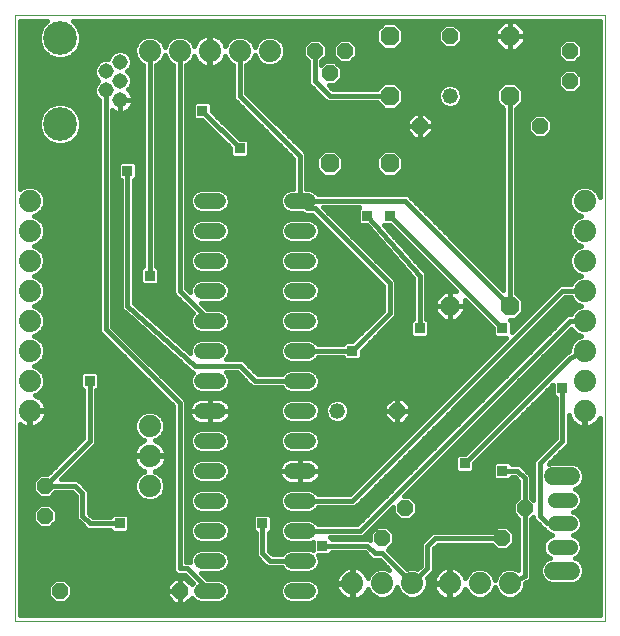
<source format=gbl>
G75*
%MOIN*%
%OFA0B0*%
%FSLAX25Y25*%
%IPPOS*%
%LPD*%
%AMOC8*
5,1,8,0,0,1.08239X$1,22.5*
%
%ADD10C,0.00000*%
%ADD11OC8,0.06300*%
%ADD12C,0.07400*%
%ADD13OC8,0.05200*%
%ADD14C,0.05200*%
%ADD15C,0.05150*%
%ADD16C,0.11220*%
%ADD17C,0.05200*%
%ADD18C,0.05150*%
%ADD19C,0.05937*%
%ADD20C,0.01600*%
%ADD21R,0.03562X0.03562*%
D10*
X0001800Y0002367D02*
X0001800Y0204217D01*
X0198650Y0204217D01*
X0198650Y0002367D01*
X0001800Y0002367D01*
D11*
X0146800Y0107367D03*
X0166800Y0107367D03*
X0126800Y0154867D03*
X0106800Y0154867D03*
X0126800Y0177367D03*
X0126800Y0197367D03*
X0166800Y0197367D03*
X0166800Y0177367D03*
D12*
X0191800Y0142367D03*
X0191800Y0132367D03*
X0191800Y0122367D03*
X0191800Y0112367D03*
X0191800Y0102367D03*
X0191800Y0092367D03*
X0191800Y0082367D03*
X0191800Y0072367D03*
X0166800Y0014867D03*
X0156800Y0014867D03*
X0146800Y0014867D03*
X0134300Y0014867D03*
X0124300Y0014867D03*
X0114300Y0014867D03*
X0046800Y0047367D03*
X0046800Y0057367D03*
X0046800Y0067367D03*
X0006800Y0072367D03*
X0006800Y0082367D03*
X0006800Y0092367D03*
X0006800Y0102367D03*
X0006800Y0112367D03*
X0006800Y0122367D03*
X0006800Y0132367D03*
X0006800Y0142367D03*
X0046800Y0192367D03*
X0056800Y0192367D03*
X0066800Y0192367D03*
X0076800Y0192367D03*
X0086800Y0192367D03*
D13*
X0101800Y0192367D03*
X0106800Y0184867D03*
X0111800Y0192367D03*
X0136800Y0167367D03*
X0146800Y0197367D03*
X0176800Y0167367D03*
X0186800Y0182367D03*
X0186800Y0192367D03*
X0129300Y0072367D03*
X0131800Y0039867D03*
X0124300Y0029867D03*
X0164300Y0029867D03*
X0171800Y0039867D03*
X0056800Y0012367D03*
X0016800Y0012367D03*
X0011800Y0037367D03*
X0011800Y0047367D03*
D14*
X0064200Y0052367D02*
X0069400Y0052367D01*
X0069400Y0062367D02*
X0064200Y0062367D01*
X0064200Y0072367D02*
X0069400Y0072367D01*
X0069400Y0082367D02*
X0064200Y0082367D01*
X0064200Y0092367D02*
X0069400Y0092367D01*
X0069400Y0102367D02*
X0064200Y0102367D01*
X0064200Y0112367D02*
X0069400Y0112367D01*
X0069400Y0122367D02*
X0064200Y0122367D01*
X0064200Y0132367D02*
X0069400Y0132367D01*
X0069400Y0142367D02*
X0064200Y0142367D01*
X0094200Y0142367D02*
X0099400Y0142367D01*
X0099400Y0132367D02*
X0094200Y0132367D01*
X0094200Y0122367D02*
X0099400Y0122367D01*
X0099400Y0112367D02*
X0094200Y0112367D01*
X0094200Y0102367D02*
X0099400Y0102367D01*
X0099400Y0092367D02*
X0094200Y0092367D01*
X0094200Y0082367D02*
X0099400Y0082367D01*
X0099400Y0072367D02*
X0094200Y0072367D01*
X0094200Y0062367D02*
X0099400Y0062367D01*
X0099400Y0052367D02*
X0094200Y0052367D01*
X0094200Y0042367D02*
X0099400Y0042367D01*
X0099400Y0032367D02*
X0094200Y0032367D01*
X0094200Y0022367D02*
X0099400Y0022367D01*
X0099400Y0012367D02*
X0094200Y0012367D01*
X0069400Y0012367D02*
X0064200Y0012367D01*
X0064200Y0022367D02*
X0069400Y0022367D01*
X0069400Y0032367D02*
X0064200Y0032367D01*
X0064200Y0042367D02*
X0069400Y0042367D01*
D15*
X0036879Y0176067D03*
X0032154Y0179217D03*
X0036879Y0182367D03*
X0032154Y0185516D03*
X0036879Y0188666D03*
D16*
X0016800Y0196737D03*
X0016800Y0167997D03*
D17*
X0109300Y0072367D03*
X0146800Y0177367D03*
D18*
X0181725Y0042741D02*
X0186875Y0042741D01*
X0186875Y0034867D02*
X0181725Y0034867D01*
X0181725Y0026993D02*
X0186875Y0026993D01*
D19*
X0187269Y0019119D02*
X0181331Y0019119D01*
X0181331Y0050615D02*
X0187269Y0050615D01*
D20*
X0190338Y0053723D02*
X0196800Y0053723D01*
X0196800Y0052125D02*
X0191371Y0052125D01*
X0191637Y0051484D02*
X0190972Y0053089D01*
X0189743Y0054318D01*
X0188137Y0054983D01*
X0180463Y0054983D01*
X0179720Y0054676D01*
X0186500Y0061455D01*
X0186500Y0070880D01*
X0186703Y0070255D01*
X0187096Y0069484D01*
X0187605Y0068784D01*
X0188217Y0068171D01*
X0188917Y0067663D01*
X0189689Y0067270D01*
X0190512Y0067002D01*
X0191367Y0066867D01*
X0191600Y0066867D01*
X0191600Y0072167D01*
X0192000Y0072167D01*
X0192000Y0066867D01*
X0192233Y0066867D01*
X0193088Y0067002D01*
X0193911Y0067270D01*
X0194683Y0067663D01*
X0195383Y0068171D01*
X0195995Y0068784D01*
X0196504Y0069484D01*
X0196800Y0070065D01*
X0196800Y0004167D01*
X0003600Y0004167D01*
X0003600Y0067893D01*
X0003917Y0067663D01*
X0004689Y0067270D01*
X0005512Y0067002D01*
X0006367Y0066867D01*
X0006600Y0066867D01*
X0006600Y0072167D01*
X0007000Y0072167D01*
X0007000Y0072567D01*
X0012300Y0072567D01*
X0012300Y0072800D01*
X0012165Y0073655D01*
X0011897Y0074478D01*
X0011504Y0075249D01*
X0010995Y0075950D01*
X0010383Y0076562D01*
X0009683Y0077071D01*
X0008911Y0077464D01*
X0008563Y0077577D01*
X0009689Y0078043D01*
X0011124Y0079478D01*
X0011900Y0081352D01*
X0011900Y0083381D01*
X0011124Y0085256D01*
X0009689Y0086690D01*
X0008056Y0087367D01*
X0009689Y0088043D01*
X0011124Y0089478D01*
X0011900Y0091352D01*
X0011900Y0093381D01*
X0011124Y0095256D01*
X0009689Y0096690D01*
X0008056Y0097367D01*
X0009689Y0098043D01*
X0011124Y0099478D01*
X0011900Y0101352D01*
X0011900Y0103381D01*
X0011124Y0105256D01*
X0009689Y0106690D01*
X0008056Y0107367D01*
X0009689Y0108043D01*
X0011124Y0109478D01*
X0011900Y0111352D01*
X0011900Y0113381D01*
X0011124Y0115256D01*
X0009689Y0116690D01*
X0008056Y0117367D01*
X0009689Y0118043D01*
X0011124Y0119478D01*
X0011900Y0121352D01*
X0011900Y0123381D01*
X0011124Y0125256D01*
X0009689Y0126690D01*
X0008056Y0127367D01*
X0009689Y0128043D01*
X0011124Y0129478D01*
X0011900Y0131352D01*
X0011900Y0133381D01*
X0011124Y0135256D01*
X0009689Y0136690D01*
X0008056Y0137367D01*
X0009689Y0138043D01*
X0011124Y0139478D01*
X0011900Y0141352D01*
X0011900Y0143381D01*
X0011124Y0145256D01*
X0009689Y0146690D01*
X0007814Y0147467D01*
X0005786Y0147467D01*
X0003911Y0146690D01*
X0003600Y0146379D01*
X0003600Y0202367D01*
X0012516Y0202367D01*
X0010857Y0200708D01*
X0009790Y0198131D01*
X0009790Y0195342D01*
X0010857Y0192766D01*
X0012829Y0190794D01*
X0015406Y0189727D01*
X0018194Y0189727D01*
X0020771Y0190794D01*
X0022743Y0192766D01*
X0023810Y0195342D01*
X0023810Y0198131D01*
X0022743Y0200708D01*
X0021084Y0202367D01*
X0196800Y0202367D01*
X0196800Y0143623D01*
X0196124Y0145256D01*
X0194689Y0146690D01*
X0192814Y0147467D01*
X0190786Y0147467D01*
X0188911Y0146690D01*
X0187476Y0145256D01*
X0186700Y0143381D01*
X0186700Y0141352D01*
X0187476Y0139478D01*
X0188911Y0138043D01*
X0190544Y0137367D01*
X0188911Y0136690D01*
X0187476Y0135256D01*
X0186700Y0133381D01*
X0186700Y0131352D01*
X0187476Y0129478D01*
X0188911Y0128043D01*
X0190544Y0127367D01*
X0188911Y0126690D01*
X0187476Y0125256D01*
X0186700Y0123381D01*
X0186700Y0121352D01*
X0187476Y0119478D01*
X0188911Y0118043D01*
X0190544Y0117367D01*
X0188911Y0116690D01*
X0187476Y0115256D01*
X0187191Y0114567D01*
X0183389Y0114567D01*
X0167481Y0098659D01*
X0167481Y0102228D01*
X0166892Y0102817D01*
X0168685Y0102817D01*
X0171350Y0105482D01*
X0171350Y0109251D01*
X0169000Y0111601D01*
X0169000Y0173132D01*
X0171350Y0175482D01*
X0171350Y0179251D01*
X0168685Y0181917D01*
X0164915Y0181917D01*
X0162250Y0179251D01*
X0162250Y0175482D01*
X0164600Y0173132D01*
X0164600Y0112678D01*
X0132711Y0144567D01*
X0102818Y0144567D01*
X0102791Y0144632D01*
X0101666Y0145758D01*
X0100196Y0146367D01*
X0099000Y0146367D01*
X0099000Y0158278D01*
X0097711Y0159567D01*
X0079000Y0178278D01*
X0079000Y0187758D01*
X0079689Y0188043D01*
X0081124Y0189478D01*
X0081800Y0191111D01*
X0082476Y0189478D01*
X0083911Y0188043D01*
X0085786Y0187267D01*
X0087814Y0187267D01*
X0089689Y0188043D01*
X0091124Y0189478D01*
X0091900Y0191352D01*
X0091900Y0193381D01*
X0091124Y0195256D01*
X0089689Y0196690D01*
X0087814Y0197467D01*
X0085786Y0197467D01*
X0083911Y0196690D01*
X0082476Y0195256D01*
X0081800Y0193623D01*
X0081124Y0195256D01*
X0079689Y0196690D01*
X0077814Y0197467D01*
X0075786Y0197467D01*
X0073911Y0196690D01*
X0072476Y0195256D01*
X0072010Y0194130D01*
X0071897Y0194478D01*
X0071504Y0195249D01*
X0070995Y0195950D01*
X0070383Y0196562D01*
X0069683Y0197071D01*
X0068911Y0197464D01*
X0068088Y0197731D01*
X0067233Y0197867D01*
X0067000Y0197867D01*
X0067000Y0192567D01*
X0066600Y0192567D01*
X0066600Y0197867D01*
X0066367Y0197867D01*
X0065512Y0197731D01*
X0064689Y0197464D01*
X0063917Y0197071D01*
X0063217Y0196562D01*
X0062605Y0195950D01*
X0062096Y0195249D01*
X0061703Y0194478D01*
X0061590Y0194130D01*
X0061124Y0195256D01*
X0059689Y0196690D01*
X0057814Y0197467D01*
X0055786Y0197467D01*
X0053911Y0196690D01*
X0052476Y0195256D01*
X0051800Y0193623D01*
X0051124Y0195256D01*
X0049689Y0196690D01*
X0047814Y0197467D01*
X0045786Y0197467D01*
X0043911Y0196690D01*
X0042476Y0195256D01*
X0041700Y0193381D01*
X0041700Y0191352D01*
X0042476Y0189478D01*
X0043911Y0188043D01*
X0044600Y0187758D01*
X0044600Y0120548D01*
X0044439Y0120548D01*
X0043619Y0119728D01*
X0043619Y0115006D01*
X0044439Y0114186D01*
X0049161Y0114186D01*
X0049981Y0115006D01*
X0049981Y0119728D01*
X0049161Y0120548D01*
X0049000Y0120548D01*
X0049000Y0187758D01*
X0049689Y0188043D01*
X0051124Y0189478D01*
X0051800Y0191111D01*
X0052476Y0189478D01*
X0053911Y0188043D01*
X0054600Y0187758D01*
X0054600Y0111455D01*
X0061116Y0104939D01*
X0060809Y0104632D01*
X0060200Y0103162D01*
X0060200Y0101571D01*
X0060809Y0100101D01*
X0061934Y0098976D01*
X0063404Y0098367D01*
X0070196Y0098367D01*
X0071666Y0098976D01*
X0072791Y0100101D01*
X0073400Y0101571D01*
X0073400Y0103162D01*
X0072791Y0104632D01*
X0071666Y0105758D01*
X0070196Y0106367D01*
X0065911Y0106367D01*
X0063911Y0108367D01*
X0070196Y0108367D01*
X0071666Y0108976D01*
X0072791Y0110101D01*
X0073400Y0111571D01*
X0073400Y0113162D01*
X0072791Y0114632D01*
X0071666Y0115758D01*
X0070196Y0116367D01*
X0063404Y0116367D01*
X0061934Y0115758D01*
X0060809Y0114632D01*
X0060200Y0113162D01*
X0060200Y0112078D01*
X0059000Y0113278D01*
X0059000Y0187758D01*
X0059689Y0188043D01*
X0061124Y0189478D01*
X0061590Y0190603D01*
X0061703Y0190255D01*
X0062096Y0189484D01*
X0062605Y0188784D01*
X0063217Y0188171D01*
X0063917Y0187663D01*
X0064689Y0187270D01*
X0065512Y0187002D01*
X0066367Y0186867D01*
X0066600Y0186867D01*
X0066600Y0192167D01*
X0067000Y0192167D01*
X0067000Y0186867D01*
X0067233Y0186867D01*
X0068088Y0187002D01*
X0068911Y0187270D01*
X0069683Y0187663D01*
X0070383Y0188171D01*
X0070995Y0188784D01*
X0071504Y0189484D01*
X0071897Y0190255D01*
X0072010Y0190603D01*
X0072476Y0189478D01*
X0073911Y0188043D01*
X0074600Y0187758D01*
X0074600Y0176455D01*
X0094600Y0156455D01*
X0094600Y0146367D01*
X0093404Y0146367D01*
X0091934Y0145758D01*
X0090809Y0144632D01*
X0090200Y0143162D01*
X0090200Y0141571D01*
X0090809Y0140101D01*
X0091934Y0138976D01*
X0093404Y0138367D01*
X0097689Y0138367D01*
X0098389Y0137667D01*
X0100889Y0137667D01*
X0124600Y0113955D01*
X0124600Y0105778D01*
X0114370Y0095548D01*
X0111939Y0095548D01*
X0111119Y0094728D01*
X0111119Y0094567D01*
X0102818Y0094567D01*
X0102791Y0094632D01*
X0101666Y0095758D01*
X0100196Y0096367D01*
X0093404Y0096367D01*
X0091934Y0095758D01*
X0090809Y0094632D01*
X0090200Y0093162D01*
X0090200Y0091571D01*
X0090809Y0090101D01*
X0091934Y0088976D01*
X0093404Y0088367D01*
X0100196Y0088367D01*
X0101666Y0088976D01*
X0102791Y0090101D01*
X0102818Y0090167D01*
X0111119Y0090167D01*
X0111119Y0090006D01*
X0111939Y0089186D01*
X0116661Y0089186D01*
X0117481Y0090006D01*
X0117481Y0092436D01*
X0129000Y0103955D01*
X0129000Y0115778D01*
X0127711Y0117067D01*
X0104611Y0140167D01*
X0116558Y0140167D01*
X0116119Y0139728D01*
X0116119Y0135006D01*
X0116939Y0134186D01*
X0119160Y0134186D01*
X0134600Y0116540D01*
X0134600Y0103048D01*
X0134439Y0103048D01*
X0133619Y0102228D01*
X0133619Y0097506D01*
X0134439Y0096686D01*
X0139161Y0096686D01*
X0139981Y0097506D01*
X0139981Y0102228D01*
X0139161Y0103048D01*
X0139000Y0103048D01*
X0139000Y0117293D01*
X0139056Y0118130D01*
X0139000Y0118193D01*
X0139000Y0118278D01*
X0138407Y0118871D01*
X0125007Y0134186D01*
X0126870Y0134186D01*
X0148739Y0112317D01*
X0146800Y0112317D01*
X0144750Y0112317D01*
X0141850Y0109417D01*
X0141850Y0107367D01*
X0146800Y0107367D01*
X0146800Y0112317D01*
X0146800Y0107367D01*
X0146800Y0107367D01*
X0151750Y0107367D01*
X0151750Y0109305D01*
X0161119Y0099936D01*
X0161119Y0097506D01*
X0161939Y0096686D01*
X0165508Y0096686D01*
X0113389Y0044567D01*
X0102818Y0044567D01*
X0102791Y0044632D01*
X0101666Y0045758D01*
X0100196Y0046367D01*
X0093404Y0046367D01*
X0091934Y0045758D01*
X0090809Y0044632D01*
X0090200Y0043162D01*
X0090200Y0041571D01*
X0090809Y0040101D01*
X0091934Y0038976D01*
X0093404Y0038367D01*
X0100196Y0038367D01*
X0101666Y0038976D01*
X0102791Y0040101D01*
X0102818Y0040167D01*
X0115211Y0040167D01*
X0116500Y0041455D01*
X0185211Y0110167D01*
X0187191Y0110167D01*
X0187476Y0109478D01*
X0188911Y0108043D01*
X0190544Y0107367D01*
X0188911Y0106690D01*
X0187476Y0105256D01*
X0187191Y0104567D01*
X0185889Y0104567D01*
X0115889Y0034567D01*
X0102818Y0034567D01*
X0102791Y0034632D01*
X0101666Y0035758D01*
X0100196Y0036367D01*
X0093404Y0036367D01*
X0091934Y0035758D01*
X0090809Y0034632D01*
X0090200Y0033162D01*
X0090200Y0031571D01*
X0090809Y0030101D01*
X0091934Y0028976D01*
X0093404Y0028367D01*
X0100196Y0028367D01*
X0101119Y0028749D01*
X0101119Y0025984D01*
X0100196Y0026367D01*
X0093404Y0026367D01*
X0091934Y0025758D01*
X0090809Y0024632D01*
X0090782Y0024567D01*
X0087711Y0024567D01*
X0086500Y0025778D01*
X0086500Y0031686D01*
X0086661Y0031686D01*
X0087481Y0032506D01*
X0087481Y0037228D01*
X0086661Y0038048D01*
X0081939Y0038048D01*
X0081119Y0037228D01*
X0081119Y0032506D01*
X0081939Y0031686D01*
X0082100Y0031686D01*
X0082100Y0023955D01*
X0084600Y0021455D01*
X0085889Y0020167D01*
X0090782Y0020167D01*
X0090809Y0020101D01*
X0091934Y0018976D01*
X0093404Y0018367D01*
X0100196Y0018367D01*
X0101666Y0018976D01*
X0102791Y0020101D01*
X0103400Y0021571D01*
X0103400Y0023162D01*
X0102976Y0024186D01*
X0106661Y0024186D01*
X0107481Y0025006D01*
X0107481Y0025167D01*
X0118389Y0025167D01*
X0119600Y0023955D01*
X0120889Y0022667D01*
X0123389Y0022667D01*
X0126636Y0019419D01*
X0125314Y0019967D01*
X0123286Y0019967D01*
X0121411Y0019190D01*
X0119976Y0017756D01*
X0119510Y0016630D01*
X0119397Y0016978D01*
X0119004Y0017749D01*
X0118495Y0018450D01*
X0117883Y0019062D01*
X0117183Y0019571D01*
X0116411Y0019964D01*
X0115588Y0020231D01*
X0114733Y0020367D01*
X0114500Y0020367D01*
X0114500Y0015067D01*
X0114100Y0015067D01*
X0114100Y0020367D01*
X0113867Y0020367D01*
X0113012Y0020231D01*
X0112189Y0019964D01*
X0111417Y0019571D01*
X0110717Y0019062D01*
X0110105Y0018450D01*
X0109596Y0017749D01*
X0109203Y0016978D01*
X0108935Y0016155D01*
X0108800Y0015300D01*
X0108800Y0015067D01*
X0114100Y0015067D01*
X0114100Y0014667D01*
X0108800Y0014667D01*
X0108800Y0014434D01*
X0108935Y0013579D01*
X0109203Y0012755D01*
X0109596Y0011984D01*
X0110105Y0011284D01*
X0110717Y0010671D01*
X0111417Y0010163D01*
X0112189Y0009770D01*
X0113012Y0009502D01*
X0113867Y0009367D01*
X0114100Y0009367D01*
X0114100Y0014667D01*
X0114500Y0014667D01*
X0114500Y0009367D01*
X0114733Y0009367D01*
X0115588Y0009502D01*
X0116411Y0009770D01*
X0117183Y0010163D01*
X0117883Y0010671D01*
X0118495Y0011284D01*
X0119004Y0011984D01*
X0119397Y0012755D01*
X0119510Y0013103D01*
X0119976Y0011978D01*
X0121411Y0010543D01*
X0123286Y0009767D01*
X0125314Y0009767D01*
X0127189Y0010543D01*
X0128624Y0011978D01*
X0129300Y0013611D01*
X0129976Y0011978D01*
X0131411Y0010543D01*
X0133286Y0009767D01*
X0135314Y0009767D01*
X0137189Y0010543D01*
X0138624Y0011978D01*
X0139400Y0013852D01*
X0139400Y0015881D01*
X0139115Y0016570D01*
X0141500Y0018955D01*
X0141500Y0026455D01*
X0142711Y0027667D01*
X0160843Y0027667D01*
X0162643Y0025867D01*
X0165957Y0025867D01*
X0168300Y0028210D01*
X0168300Y0031523D01*
X0165957Y0033867D01*
X0162643Y0033867D01*
X0160843Y0032067D01*
X0140889Y0032067D01*
X0138389Y0029567D01*
X0137100Y0028278D01*
X0137100Y0020778D01*
X0136003Y0019681D01*
X0135314Y0019967D01*
X0133286Y0019967D01*
X0132597Y0019681D01*
X0126184Y0026094D01*
X0128300Y0028210D01*
X0128300Y0031523D01*
X0125957Y0033867D01*
X0122643Y0033867D01*
X0120300Y0031523D01*
X0120300Y0029478D01*
X0120211Y0029567D01*
X0107481Y0029567D01*
X0107481Y0029728D01*
X0107042Y0030167D01*
X0117711Y0030167D01*
X0119000Y0031455D01*
X0127800Y0040255D01*
X0127800Y0038210D01*
X0130143Y0035867D01*
X0133457Y0035867D01*
X0135800Y0038210D01*
X0135800Y0041523D01*
X0133457Y0043867D01*
X0131411Y0043867D01*
X0187343Y0099799D01*
X0187476Y0099478D01*
X0188911Y0098043D01*
X0190544Y0097367D01*
X0188911Y0096690D01*
X0187476Y0095256D01*
X0186700Y0093381D01*
X0186700Y0092276D01*
X0186281Y0092067D01*
X0185889Y0092067D01*
X0185497Y0091675D01*
X0185001Y0091427D01*
X0184877Y0091055D01*
X0151870Y0058048D01*
X0149439Y0058048D01*
X0148619Y0057228D01*
X0148619Y0052506D01*
X0149439Y0051686D01*
X0154161Y0051686D01*
X0154981Y0052506D01*
X0154981Y0054936D01*
X0181119Y0081074D01*
X0181119Y0077506D01*
X0181939Y0076686D01*
X0182100Y0076686D01*
X0182100Y0063278D01*
X0175889Y0057067D01*
X0174600Y0055778D01*
X0174600Y0042723D01*
X0174000Y0043323D01*
X0174000Y0050778D01*
X0172711Y0052067D01*
X0170211Y0054567D01*
X0167481Y0054567D01*
X0167481Y0054728D01*
X0166661Y0055548D01*
X0161939Y0055548D01*
X0161119Y0054728D01*
X0161119Y0050006D01*
X0161939Y0049186D01*
X0166661Y0049186D01*
X0167481Y0050006D01*
X0167481Y0050167D01*
X0168389Y0050167D01*
X0169600Y0048955D01*
X0169600Y0043323D01*
X0167800Y0041523D01*
X0167800Y0038210D01*
X0169600Y0036410D01*
X0169600Y0019227D01*
X0167814Y0019967D01*
X0165786Y0019967D01*
X0163911Y0019190D01*
X0162476Y0017756D01*
X0161800Y0016123D01*
X0161124Y0017756D01*
X0159689Y0019190D01*
X0157814Y0019967D01*
X0155786Y0019967D01*
X0153911Y0019190D01*
X0152476Y0017756D01*
X0152010Y0016630D01*
X0151897Y0016978D01*
X0151504Y0017749D01*
X0150995Y0018450D01*
X0150383Y0019062D01*
X0149683Y0019571D01*
X0148911Y0019964D01*
X0148088Y0020231D01*
X0147233Y0020367D01*
X0147000Y0020367D01*
X0147000Y0015067D01*
X0146600Y0015067D01*
X0146600Y0020367D01*
X0146367Y0020367D01*
X0145512Y0020231D01*
X0144689Y0019964D01*
X0143917Y0019571D01*
X0143217Y0019062D01*
X0142605Y0018450D01*
X0142096Y0017749D01*
X0141703Y0016978D01*
X0141435Y0016155D01*
X0141300Y0015300D01*
X0141300Y0015067D01*
X0146600Y0015067D01*
X0146600Y0014667D01*
X0141300Y0014667D01*
X0141300Y0014434D01*
X0141435Y0013579D01*
X0141703Y0012755D01*
X0142096Y0011984D01*
X0142605Y0011284D01*
X0143217Y0010671D01*
X0143917Y0010163D01*
X0144689Y0009770D01*
X0145512Y0009502D01*
X0146367Y0009367D01*
X0146600Y0009367D01*
X0146600Y0014667D01*
X0147000Y0014667D01*
X0147000Y0009367D01*
X0147233Y0009367D01*
X0148088Y0009502D01*
X0148911Y0009770D01*
X0149683Y0010163D01*
X0150383Y0010671D01*
X0150995Y0011284D01*
X0151504Y0011984D01*
X0151897Y0012755D01*
X0152010Y0013103D01*
X0152476Y0011978D01*
X0153911Y0010543D01*
X0155786Y0009767D01*
X0157814Y0009767D01*
X0159689Y0010543D01*
X0161124Y0011978D01*
X0161800Y0013611D01*
X0162476Y0011978D01*
X0163911Y0010543D01*
X0165786Y0009767D01*
X0167814Y0009767D01*
X0169689Y0010543D01*
X0171124Y0011978D01*
X0171900Y0013852D01*
X0171900Y0014957D01*
X0172319Y0015167D01*
X0172711Y0015167D01*
X0173103Y0015559D01*
X0173599Y0015806D01*
X0173723Y0016178D01*
X0174000Y0016455D01*
X0174000Y0017010D01*
X0174175Y0017535D01*
X0174000Y0017886D01*
X0174000Y0036410D01*
X0174600Y0037010D01*
X0174600Y0036455D01*
X0178296Y0032760D01*
X0178356Y0032615D01*
X0179474Y0031497D01*
X0180843Y0030930D01*
X0179474Y0030362D01*
X0178356Y0029244D01*
X0177750Y0027783D01*
X0177750Y0026202D01*
X0178356Y0024741D01*
X0179474Y0023623D01*
X0180132Y0023350D01*
X0178857Y0022822D01*
X0177628Y0021593D01*
X0176963Y0019988D01*
X0176963Y0018250D01*
X0177628Y0016644D01*
X0178857Y0015415D01*
X0180463Y0014750D01*
X0188137Y0014750D01*
X0189743Y0015415D01*
X0190972Y0016644D01*
X0191637Y0018250D01*
X0191637Y0019988D01*
X0190972Y0021593D01*
X0189743Y0022822D01*
X0188468Y0023350D01*
X0189126Y0023623D01*
X0190244Y0024741D01*
X0190850Y0026202D01*
X0190850Y0027783D01*
X0190244Y0029244D01*
X0189126Y0030362D01*
X0187757Y0030930D01*
X0189126Y0031497D01*
X0190244Y0032615D01*
X0190850Y0034076D01*
X0190850Y0035657D01*
X0190244Y0037118D01*
X0189126Y0038236D01*
X0187757Y0038804D01*
X0189126Y0039371D01*
X0190244Y0040489D01*
X0190850Y0041950D01*
X0190850Y0043531D01*
X0190244Y0044992D01*
X0189126Y0046110D01*
X0188468Y0046383D01*
X0189743Y0046911D01*
X0190972Y0048140D01*
X0191637Y0049746D01*
X0191637Y0051484D01*
X0191637Y0050526D02*
X0196800Y0050526D01*
X0196800Y0048928D02*
X0191298Y0048928D01*
X0190161Y0047329D02*
X0196800Y0047329D01*
X0196800Y0045731D02*
X0189506Y0045731D01*
X0190601Y0044132D02*
X0196800Y0044132D01*
X0196800Y0042534D02*
X0190850Y0042534D01*
X0190429Y0040935D02*
X0196800Y0040935D01*
X0196800Y0039337D02*
X0189044Y0039337D01*
X0189624Y0037738D02*
X0196800Y0037738D01*
X0196800Y0036140D02*
X0190650Y0036140D01*
X0190850Y0034541D02*
X0196800Y0034541D01*
X0196800Y0032943D02*
X0190380Y0032943D01*
X0188758Y0031344D02*
X0196800Y0031344D01*
X0196800Y0029746D02*
X0189743Y0029746D01*
X0190699Y0028147D02*
X0196800Y0028147D01*
X0196800Y0026549D02*
X0190850Y0026549D01*
X0190331Y0024950D02*
X0196800Y0024950D01*
X0196800Y0023352D02*
X0188472Y0023352D01*
X0190812Y0021753D02*
X0196800Y0021753D01*
X0196800Y0020155D02*
X0191568Y0020155D01*
X0191637Y0018556D02*
X0196800Y0018556D01*
X0196800Y0016958D02*
X0191102Y0016958D01*
X0189608Y0015359D02*
X0196800Y0015359D01*
X0196800Y0013761D02*
X0171862Y0013761D01*
X0171200Y0012162D02*
X0196800Y0012162D01*
X0196800Y0010564D02*
X0169710Y0010564D01*
X0166800Y0014867D02*
X0171800Y0017367D01*
X0171800Y0039867D01*
X0171800Y0049867D01*
X0169300Y0052367D01*
X0164300Y0052367D01*
X0166887Y0055322D02*
X0174600Y0055322D01*
X0174600Y0053723D02*
X0171054Y0053723D01*
X0172653Y0052125D02*
X0174600Y0052125D01*
X0174600Y0050526D02*
X0174000Y0050526D01*
X0174000Y0048928D02*
X0174600Y0048928D01*
X0174600Y0047329D02*
X0174000Y0047329D01*
X0174000Y0045731D02*
X0174600Y0045731D01*
X0174600Y0044132D02*
X0174000Y0044132D01*
X0169600Y0044132D02*
X0131677Y0044132D01*
X0133276Y0045731D02*
X0169600Y0045731D01*
X0169600Y0047329D02*
X0134874Y0047329D01*
X0136473Y0048928D02*
X0169600Y0048928D01*
X0168810Y0042534D02*
X0134790Y0042534D01*
X0135800Y0040935D02*
X0167800Y0040935D01*
X0167800Y0039337D02*
X0135800Y0039337D01*
X0135329Y0037738D02*
X0168271Y0037738D01*
X0169600Y0036140D02*
X0133730Y0036140D01*
X0129870Y0036140D02*
X0123684Y0036140D01*
X0122086Y0034541D02*
X0169600Y0034541D01*
X0169600Y0032943D02*
X0166881Y0032943D01*
X0168300Y0031344D02*
X0169600Y0031344D01*
X0169600Y0029746D02*
X0168300Y0029746D01*
X0168237Y0028147D02*
X0169600Y0028147D01*
X0169600Y0026549D02*
X0166639Y0026549D01*
X0169600Y0024950D02*
X0141500Y0024950D01*
X0141500Y0023352D02*
X0169600Y0023352D01*
X0169600Y0021753D02*
X0141500Y0021753D01*
X0141500Y0020155D02*
X0145277Y0020155D01*
X0146600Y0020155D02*
X0147000Y0020155D01*
X0148323Y0020155D02*
X0169600Y0020155D01*
X0174000Y0020155D02*
X0177032Y0020155D01*
X0176963Y0018556D02*
X0174000Y0018556D01*
X0174000Y0016958D02*
X0177498Y0016958D01*
X0178992Y0015359D02*
X0172904Y0015359D01*
X0174000Y0021753D02*
X0177788Y0021753D01*
X0180128Y0023352D02*
X0174000Y0023352D01*
X0174000Y0024950D02*
X0178269Y0024950D01*
X0177750Y0026549D02*
X0174000Y0026549D01*
X0174000Y0028147D02*
X0177901Y0028147D01*
X0178857Y0029746D02*
X0174000Y0029746D01*
X0174000Y0031344D02*
X0179842Y0031344D01*
X0178113Y0032943D02*
X0174000Y0032943D01*
X0174000Y0034541D02*
X0176514Y0034541D01*
X0174916Y0036140D02*
X0174000Y0036140D01*
X0176800Y0037367D02*
X0179300Y0034867D01*
X0184300Y0034867D01*
X0176800Y0037367D02*
X0176800Y0054867D01*
X0184300Y0062367D01*
X0184300Y0079867D01*
X0181119Y0079300D02*
X0179344Y0079300D01*
X0180943Y0080898D02*
X0181119Y0080898D01*
X0181119Y0077701D02*
X0177746Y0077701D01*
X0176147Y0076103D02*
X0182100Y0076103D01*
X0182100Y0074504D02*
X0174549Y0074504D01*
X0172950Y0072906D02*
X0182100Y0072906D01*
X0182100Y0071307D02*
X0171352Y0071307D01*
X0169753Y0069709D02*
X0182100Y0069709D01*
X0182100Y0068110D02*
X0168155Y0068110D01*
X0166556Y0066512D02*
X0182100Y0066512D01*
X0182100Y0064913D02*
X0164958Y0064913D01*
X0163359Y0063315D02*
X0182100Y0063315D01*
X0180538Y0061716D02*
X0161761Y0061716D01*
X0160162Y0060118D02*
X0178940Y0060118D01*
X0177341Y0058519D02*
X0158564Y0058519D01*
X0156965Y0056921D02*
X0175743Y0056921D01*
X0180367Y0055322D02*
X0196800Y0055322D01*
X0196800Y0056921D02*
X0181965Y0056921D01*
X0183564Y0058519D02*
X0196800Y0058519D01*
X0196800Y0060118D02*
X0185162Y0060118D01*
X0186500Y0061716D02*
X0196800Y0061716D01*
X0196800Y0063315D02*
X0186500Y0063315D01*
X0186500Y0064913D02*
X0196800Y0064913D01*
X0196800Y0066512D02*
X0186500Y0066512D01*
X0186500Y0068110D02*
X0188302Y0068110D01*
X0186982Y0069709D02*
X0186500Y0069709D01*
X0191600Y0069709D02*
X0192000Y0069709D01*
X0192000Y0071307D02*
X0191600Y0071307D01*
X0191600Y0068110D02*
X0192000Y0068110D01*
X0195298Y0068110D02*
X0196800Y0068110D01*
X0196800Y0069709D02*
X0196618Y0069709D01*
X0179516Y0085694D02*
X0173238Y0085694D01*
X0171640Y0084095D02*
X0177917Y0084095D01*
X0176319Y0082497D02*
X0170041Y0082497D01*
X0168443Y0080898D02*
X0174720Y0080898D01*
X0173122Y0079300D02*
X0166844Y0079300D01*
X0165246Y0077701D02*
X0171523Y0077701D01*
X0169925Y0076103D02*
X0163647Y0076103D01*
X0162049Y0074504D02*
X0168326Y0074504D01*
X0166728Y0072906D02*
X0160450Y0072906D01*
X0158852Y0071307D02*
X0165129Y0071307D01*
X0163531Y0069709D02*
X0157253Y0069709D01*
X0155655Y0068110D02*
X0161932Y0068110D01*
X0160334Y0066512D02*
X0154056Y0066512D01*
X0152458Y0064913D02*
X0158735Y0064913D01*
X0157137Y0063315D02*
X0150859Y0063315D01*
X0149261Y0061716D02*
X0155538Y0061716D01*
X0153940Y0060118D02*
X0147662Y0060118D01*
X0146064Y0058519D02*
X0152341Y0058519D01*
X0151800Y0054867D02*
X0186800Y0089867D01*
X0191800Y0092367D01*
X0189377Y0096883D02*
X0184428Y0096883D01*
X0182829Y0095285D02*
X0187506Y0095285D01*
X0186826Y0093686D02*
X0181231Y0093686D01*
X0179632Y0092088D02*
X0186323Y0092088D01*
X0184311Y0090489D02*
X0178034Y0090489D01*
X0176435Y0088891D02*
X0182713Y0088891D01*
X0181114Y0087292D02*
X0174837Y0087292D01*
X0171811Y0090489D02*
X0165534Y0090489D01*
X0163935Y0088891D02*
X0170213Y0088891D01*
X0168614Y0087292D02*
X0162337Y0087292D01*
X0160738Y0085694D02*
X0167016Y0085694D01*
X0165417Y0084095D02*
X0159140Y0084095D01*
X0157541Y0082497D02*
X0163819Y0082497D01*
X0162220Y0080898D02*
X0155943Y0080898D01*
X0154344Y0079300D02*
X0160622Y0079300D01*
X0159023Y0077701D02*
X0152746Y0077701D01*
X0151147Y0076103D02*
X0157425Y0076103D01*
X0155826Y0074504D02*
X0149549Y0074504D01*
X0147950Y0072906D02*
X0154228Y0072906D01*
X0152629Y0071307D02*
X0146352Y0071307D01*
X0144753Y0069709D02*
X0151031Y0069709D01*
X0149432Y0068110D02*
X0143155Y0068110D01*
X0141556Y0066512D02*
X0147834Y0066512D01*
X0146235Y0064913D02*
X0139958Y0064913D01*
X0138359Y0063315D02*
X0144637Y0063315D01*
X0143038Y0061716D02*
X0136761Y0061716D01*
X0135162Y0060118D02*
X0141440Y0060118D01*
X0139841Y0058519D02*
X0133564Y0058519D01*
X0131965Y0056921D02*
X0138243Y0056921D01*
X0136644Y0055322D02*
X0130367Y0055322D01*
X0128768Y0053723D02*
X0135046Y0053723D01*
X0133447Y0052125D02*
X0127170Y0052125D01*
X0125571Y0050526D02*
X0131849Y0050526D01*
X0130250Y0048928D02*
X0123973Y0048928D01*
X0122374Y0047329D02*
X0128652Y0047329D01*
X0127053Y0045731D02*
X0120776Y0045731D01*
X0119177Y0044132D02*
X0125454Y0044132D01*
X0123856Y0042534D02*
X0117579Y0042534D01*
X0115980Y0040935D02*
X0122257Y0040935D01*
X0120659Y0039337D02*
X0102027Y0039337D01*
X0100743Y0036140D02*
X0117462Y0036140D01*
X0119060Y0037738D02*
X0086970Y0037738D01*
X0087481Y0036140D02*
X0092857Y0036140D01*
X0090771Y0034541D02*
X0087481Y0034541D01*
X0087481Y0032943D02*
X0090200Y0032943D01*
X0090294Y0031344D02*
X0086500Y0031344D01*
X0086500Y0029746D02*
X0091164Y0029746D01*
X0091127Y0024950D02*
X0087328Y0024950D01*
X0086500Y0026549D02*
X0101119Y0026549D01*
X0101119Y0028147D02*
X0086500Y0028147D01*
X0084300Y0024867D02*
X0086800Y0022367D01*
X0096800Y0022367D01*
X0100653Y0018556D02*
X0110211Y0018556D01*
X0109196Y0016958D02*
X0065320Y0016958D01*
X0065911Y0016367D02*
X0063911Y0018367D01*
X0070196Y0018367D01*
X0071666Y0018976D01*
X0072791Y0020101D01*
X0073400Y0021571D01*
X0073400Y0023162D01*
X0072791Y0024632D01*
X0071666Y0025758D01*
X0070196Y0026367D01*
X0063404Y0026367D01*
X0061934Y0025758D01*
X0060809Y0024632D01*
X0060200Y0023162D01*
X0060200Y0022067D01*
X0059000Y0022067D01*
X0059000Y0075778D01*
X0057711Y0077067D01*
X0034354Y0100424D01*
X0034354Y0172494D01*
X0034586Y0172326D01*
X0035199Y0172013D01*
X0034354Y0172013D01*
X0035199Y0172013D02*
X0035854Y0171800D01*
X0036534Y0171693D01*
X0036879Y0171693D01*
X0037223Y0171693D01*
X0037903Y0171800D01*
X0038558Y0172013D01*
X0039172Y0172326D01*
X0039729Y0172731D01*
X0040216Y0173217D01*
X0040620Y0173775D01*
X0040933Y0174388D01*
X0041146Y0175043D01*
X0041254Y0175723D01*
X0041254Y0176067D01*
X0036879Y0176067D01*
X0036879Y0171693D01*
X0036879Y0176067D01*
X0036879Y0176067D01*
X0036879Y0176067D01*
X0041254Y0176067D01*
X0041254Y0176412D01*
X0041146Y0177092D01*
X0040933Y0177747D01*
X0040620Y0178360D01*
X0040216Y0178917D01*
X0039729Y0179404D01*
X0039618Y0179485D01*
X0040248Y0180115D01*
X0040854Y0181576D01*
X0040854Y0183157D01*
X0040248Y0184618D01*
X0039350Y0185516D01*
X0040248Y0186414D01*
X0040854Y0187875D01*
X0040854Y0189457D01*
X0040248Y0190917D01*
X0039130Y0192036D01*
X0037669Y0192641D01*
X0036088Y0192641D01*
X0034627Y0192036D01*
X0033509Y0190917D01*
X0032918Y0189491D01*
X0031364Y0189491D01*
X0029903Y0188886D01*
X0028785Y0187768D01*
X0028180Y0186307D01*
X0028180Y0184726D01*
X0028785Y0183265D01*
X0029683Y0182367D01*
X0028785Y0181469D01*
X0028180Y0180008D01*
X0028180Y0178426D01*
X0028785Y0176966D01*
X0029903Y0175847D01*
X0029954Y0175826D01*
X0029954Y0098601D01*
X0031243Y0097312D01*
X0054600Y0073955D01*
X0054600Y0018955D01*
X0055889Y0017667D01*
X0058389Y0017667D01*
X0061116Y0014939D01*
X0060809Y0014632D01*
X0060794Y0014596D01*
X0058623Y0016767D01*
X0056800Y0016767D01*
X0054977Y0016767D01*
X0052400Y0014189D01*
X0052400Y0012367D01*
X0056800Y0012367D01*
X0056800Y0016767D01*
X0056800Y0012367D01*
X0056800Y0012367D01*
X0056800Y0012367D01*
X0052400Y0012367D01*
X0052400Y0010544D01*
X0054977Y0007967D01*
X0056800Y0007967D01*
X0058623Y0007967D01*
X0060794Y0010138D01*
X0060809Y0010101D01*
X0061934Y0008976D01*
X0063404Y0008367D01*
X0070196Y0008367D01*
X0071666Y0008976D01*
X0072791Y0010101D01*
X0073400Y0011571D01*
X0073400Y0013162D01*
X0072791Y0014632D01*
X0071666Y0015758D01*
X0070196Y0016367D01*
X0065911Y0016367D01*
X0066800Y0012367D02*
X0059300Y0019867D01*
X0056800Y0019867D01*
X0056800Y0074867D01*
X0032154Y0099512D01*
X0032154Y0179217D01*
X0028941Y0176809D02*
X0003600Y0176809D01*
X0003600Y0178407D02*
X0028187Y0178407D01*
X0028180Y0180006D02*
X0003600Y0180006D01*
X0003600Y0181604D02*
X0028920Y0181604D01*
X0028846Y0183203D02*
X0003600Y0183203D01*
X0003600Y0184801D02*
X0028180Y0184801D01*
X0028218Y0186400D02*
X0003600Y0186400D01*
X0003600Y0187998D02*
X0029015Y0187998D01*
X0032962Y0189597D02*
X0003600Y0189597D01*
X0003600Y0191195D02*
X0012427Y0191195D01*
X0010845Y0192794D02*
X0003600Y0192794D01*
X0003600Y0194392D02*
X0010183Y0194392D01*
X0009790Y0195991D02*
X0003600Y0195991D01*
X0003600Y0197590D02*
X0009790Y0197590D01*
X0010228Y0199188D02*
X0003600Y0199188D01*
X0003600Y0200787D02*
X0010936Y0200787D01*
X0021173Y0191195D02*
X0033787Y0191195D01*
X0039970Y0191195D02*
X0041765Y0191195D01*
X0041700Y0192794D02*
X0022755Y0192794D01*
X0023417Y0194392D02*
X0042119Y0194392D01*
X0043212Y0195991D02*
X0023810Y0195991D01*
X0023810Y0197590D02*
X0065076Y0197590D01*
X0066600Y0197590D02*
X0067000Y0197590D01*
X0068524Y0197590D02*
X0122250Y0197590D01*
X0122250Y0199188D02*
X0023372Y0199188D01*
X0022664Y0200787D02*
X0123785Y0200787D01*
X0124915Y0201917D02*
X0122250Y0199251D01*
X0122250Y0195482D01*
X0124915Y0192817D01*
X0128685Y0192817D01*
X0131350Y0195482D01*
X0131350Y0199251D01*
X0128685Y0201917D01*
X0124915Y0201917D01*
X0129815Y0200787D02*
X0144563Y0200787D01*
X0145143Y0201367D02*
X0142800Y0199023D01*
X0142800Y0195710D01*
X0145143Y0193367D01*
X0148457Y0193367D01*
X0150800Y0195710D01*
X0150800Y0199023D01*
X0148457Y0201367D01*
X0145143Y0201367D01*
X0142965Y0199188D02*
X0131350Y0199188D01*
X0131350Y0197590D02*
X0142800Y0197590D01*
X0142800Y0195991D02*
X0131350Y0195991D01*
X0130260Y0194392D02*
X0144117Y0194392D01*
X0149483Y0194392D02*
X0162774Y0194392D01*
X0161850Y0195316D02*
X0161850Y0197367D01*
X0166800Y0197367D01*
X0166800Y0202317D01*
X0164750Y0202317D01*
X0161850Y0199417D01*
X0161850Y0197367D01*
X0166800Y0197367D01*
X0166800Y0197367D01*
X0166800Y0202317D01*
X0168850Y0202317D01*
X0171750Y0199417D01*
X0171750Y0197367D01*
X0166800Y0197367D01*
X0166800Y0197367D01*
X0166800Y0197367D01*
X0171750Y0197367D01*
X0171750Y0195316D01*
X0168850Y0192417D01*
X0166800Y0192417D01*
X0166800Y0197367D01*
X0166800Y0197367D01*
X0166800Y0192417D01*
X0164750Y0192417D01*
X0161850Y0195316D01*
X0161850Y0195991D02*
X0150800Y0195991D01*
X0150800Y0197590D02*
X0161850Y0197590D01*
X0161850Y0199188D02*
X0150635Y0199188D01*
X0149037Y0200787D02*
X0163220Y0200787D01*
X0166800Y0200787D02*
X0166800Y0200787D01*
X0166800Y0199188D02*
X0166800Y0199188D01*
X0166800Y0197590D02*
X0166800Y0197590D01*
X0166800Y0195991D02*
X0166800Y0195991D01*
X0166800Y0194392D02*
X0166800Y0194392D01*
X0166800Y0192794D02*
X0166800Y0192794D01*
X0169228Y0192794D02*
X0182800Y0192794D01*
X0182800Y0194023D02*
X0182800Y0190710D01*
X0185143Y0188367D01*
X0188457Y0188367D01*
X0190800Y0190710D01*
X0190800Y0194023D01*
X0188457Y0196367D01*
X0185143Y0196367D01*
X0182800Y0194023D01*
X0183169Y0194392D02*
X0170826Y0194392D01*
X0171750Y0195991D02*
X0184767Y0195991D01*
X0188832Y0195991D02*
X0196800Y0195991D01*
X0196800Y0194392D02*
X0190431Y0194392D01*
X0190800Y0192794D02*
X0196800Y0192794D01*
X0196800Y0191195D02*
X0190800Y0191195D01*
X0189687Y0189597D02*
X0196800Y0189597D01*
X0196800Y0187998D02*
X0109325Y0187998D01*
X0110143Y0188367D02*
X0107800Y0190710D01*
X0107800Y0194023D01*
X0110143Y0196367D01*
X0113457Y0196367D01*
X0115800Y0194023D01*
X0115800Y0190710D01*
X0113457Y0188367D01*
X0110143Y0188367D01*
X0108913Y0189597D02*
X0104687Y0189597D01*
X0105143Y0188867D02*
X0104000Y0187723D01*
X0104000Y0188910D01*
X0105800Y0190710D01*
X0105800Y0194023D01*
X0103457Y0196367D01*
X0100143Y0196367D01*
X0097800Y0194023D01*
X0097800Y0190710D01*
X0099600Y0188910D01*
X0099600Y0181455D01*
X0104600Y0176455D01*
X0105889Y0175167D01*
X0122565Y0175167D01*
X0124915Y0172817D01*
X0128685Y0172817D01*
X0131350Y0175482D01*
X0131350Y0179251D01*
X0128685Y0181917D01*
X0124915Y0181917D01*
X0122565Y0179567D01*
X0107711Y0179567D01*
X0106411Y0180867D01*
X0108457Y0180867D01*
X0110800Y0183210D01*
X0110800Y0186523D01*
X0108457Y0188867D01*
X0105143Y0188867D01*
X0104275Y0187998D02*
X0104000Y0187998D01*
X0105800Y0191195D02*
X0107800Y0191195D01*
X0107800Y0192794D02*
X0105800Y0192794D01*
X0105431Y0194392D02*
X0108169Y0194392D01*
X0109767Y0195991D02*
X0103832Y0195991D01*
X0099767Y0195991D02*
X0090388Y0195991D01*
X0091481Y0194392D02*
X0098169Y0194392D01*
X0097800Y0192794D02*
X0091900Y0192794D01*
X0091835Y0191195D02*
X0097800Y0191195D01*
X0098913Y0189597D02*
X0091173Y0189597D01*
X0089581Y0187998D02*
X0099600Y0187998D01*
X0099600Y0186400D02*
X0079000Y0186400D01*
X0079000Y0184801D02*
X0099600Y0184801D01*
X0099600Y0183203D02*
X0079000Y0183203D01*
X0079000Y0181604D02*
X0099600Y0181604D01*
X0101049Y0180006D02*
X0079000Y0180006D01*
X0079000Y0178407D02*
X0102648Y0178407D01*
X0104247Y0176809D02*
X0080469Y0176809D01*
X0082068Y0175210D02*
X0105845Y0175210D01*
X0106800Y0177367D02*
X0126800Y0177367D01*
X0123005Y0180006D02*
X0107272Y0180006D01*
X0109195Y0181604D02*
X0124603Y0181604D01*
X0128997Y0181604D02*
X0164603Y0181604D01*
X0163005Y0180006D02*
X0149818Y0180006D01*
X0150191Y0179632D02*
X0149066Y0180758D01*
X0147596Y0181367D01*
X0146004Y0181367D01*
X0144534Y0180758D01*
X0143409Y0179632D01*
X0142800Y0178162D01*
X0142800Y0176571D01*
X0143409Y0175101D01*
X0144534Y0173976D01*
X0146004Y0173367D01*
X0147596Y0173367D01*
X0149066Y0173976D01*
X0150191Y0175101D01*
X0150800Y0176571D01*
X0150800Y0178162D01*
X0150191Y0179632D01*
X0150698Y0178407D02*
X0162250Y0178407D01*
X0162250Y0176809D02*
X0150800Y0176809D01*
X0150236Y0175210D02*
X0162522Y0175210D01*
X0164120Y0173612D02*
X0148188Y0173612D01*
X0145412Y0173612D02*
X0129480Y0173612D01*
X0131078Y0175210D02*
X0143364Y0175210D01*
X0142800Y0176809D02*
X0131350Y0176809D01*
X0131350Y0178407D02*
X0142902Y0178407D01*
X0143782Y0180006D02*
X0130595Y0180006D01*
X0124120Y0173612D02*
X0083666Y0173612D01*
X0085265Y0172013D02*
X0164600Y0172013D01*
X0164600Y0170415D02*
X0139974Y0170415D01*
X0141200Y0169189D02*
X0138623Y0171767D01*
X0136800Y0171767D01*
X0134977Y0171767D01*
X0132400Y0169189D01*
X0132400Y0167367D01*
X0136800Y0167367D01*
X0136800Y0171767D01*
X0136800Y0167367D01*
X0136800Y0167367D01*
X0141200Y0167367D01*
X0141200Y0169189D01*
X0141200Y0168816D02*
X0164600Y0168816D01*
X0164600Y0167218D02*
X0141200Y0167218D01*
X0141200Y0167367D02*
X0136800Y0167367D01*
X0136800Y0167367D01*
X0136800Y0167367D01*
X0132400Y0167367D01*
X0132400Y0165544D01*
X0134977Y0162967D01*
X0136800Y0162967D01*
X0138623Y0162967D01*
X0141200Y0165544D01*
X0141200Y0167367D01*
X0141200Y0165619D02*
X0164600Y0165619D01*
X0164600Y0164021D02*
X0139677Y0164021D01*
X0136800Y0164021D02*
X0136800Y0164021D01*
X0136800Y0162967D02*
X0136800Y0167367D01*
X0136800Y0167367D01*
X0136800Y0162967D01*
X0136800Y0165619D02*
X0136800Y0165619D01*
X0136800Y0167218D02*
X0136800Y0167218D01*
X0136800Y0168816D02*
X0136800Y0168816D01*
X0136800Y0170415D02*
X0136800Y0170415D01*
X0133626Y0170415D02*
X0086863Y0170415D01*
X0088462Y0168816D02*
X0132400Y0168816D01*
X0132400Y0167218D02*
X0090060Y0167218D01*
X0091659Y0165619D02*
X0132400Y0165619D01*
X0133923Y0164021D02*
X0093257Y0164021D01*
X0094856Y0162422D02*
X0164600Y0162422D01*
X0164600Y0160824D02*
X0096454Y0160824D01*
X0098053Y0159225D02*
X0104724Y0159225D01*
X0104915Y0159417D02*
X0102250Y0156751D01*
X0102250Y0152982D01*
X0104915Y0150317D01*
X0108685Y0150317D01*
X0111350Y0152982D01*
X0111350Y0156751D01*
X0108685Y0159417D01*
X0104915Y0159417D01*
X0103125Y0157627D02*
X0099000Y0157627D01*
X0099000Y0156028D02*
X0102250Y0156028D01*
X0102250Y0154430D02*
X0099000Y0154430D01*
X0099000Y0152831D02*
X0102401Y0152831D01*
X0103999Y0151233D02*
X0099000Y0151233D01*
X0099000Y0149634D02*
X0164600Y0149634D01*
X0164600Y0148036D02*
X0099000Y0148036D01*
X0099000Y0146437D02*
X0164600Y0146437D01*
X0164600Y0144839D02*
X0102585Y0144839D01*
X0101800Y0139867D02*
X0099300Y0139867D01*
X0096800Y0142367D01*
X0131800Y0142367D01*
X0166800Y0107367D01*
X0166800Y0177367D01*
X0170595Y0180006D02*
X0183504Y0180006D01*
X0182800Y0180710D02*
X0185143Y0178367D01*
X0188457Y0178367D01*
X0190800Y0180710D01*
X0190800Y0184023D01*
X0188457Y0186367D01*
X0185143Y0186367D01*
X0182800Y0184023D01*
X0182800Y0180710D01*
X0182800Y0181604D02*
X0168997Y0181604D01*
X0171350Y0178407D02*
X0185102Y0178407D01*
X0188498Y0178407D02*
X0196800Y0178407D01*
X0196800Y0176809D02*
X0171350Y0176809D01*
X0171078Y0175210D02*
X0196800Y0175210D01*
X0196800Y0173612D02*
X0169480Y0173612D01*
X0169000Y0172013D02*
X0196800Y0172013D01*
X0196800Y0170415D02*
X0179409Y0170415D01*
X0178457Y0171367D02*
X0175143Y0171367D01*
X0172800Y0169023D01*
X0172800Y0165710D01*
X0175143Y0163367D01*
X0178457Y0163367D01*
X0180800Y0165710D01*
X0180800Y0169023D01*
X0178457Y0171367D01*
X0180800Y0168816D02*
X0196800Y0168816D01*
X0196800Y0167218D02*
X0180800Y0167218D01*
X0180709Y0165619D02*
X0196800Y0165619D01*
X0196800Y0164021D02*
X0179111Y0164021D01*
X0174489Y0164021D02*
X0169000Y0164021D01*
X0169000Y0165619D02*
X0172891Y0165619D01*
X0172800Y0167218D02*
X0169000Y0167218D01*
X0169000Y0168816D02*
X0172800Y0168816D01*
X0174191Y0170415D02*
X0169000Y0170415D01*
X0169000Y0162422D02*
X0196800Y0162422D01*
X0196800Y0160824D02*
X0169000Y0160824D01*
X0169000Y0159225D02*
X0196800Y0159225D01*
X0196800Y0157627D02*
X0169000Y0157627D01*
X0169000Y0156028D02*
X0196800Y0156028D01*
X0196800Y0154430D02*
X0169000Y0154430D01*
X0169000Y0152831D02*
X0196800Y0152831D01*
X0196800Y0151233D02*
X0169000Y0151233D01*
X0169000Y0149634D02*
X0196800Y0149634D01*
X0196800Y0148036D02*
X0169000Y0148036D01*
X0169000Y0146437D02*
X0188658Y0146437D01*
X0187304Y0144839D02*
X0169000Y0144839D01*
X0169000Y0143240D02*
X0186700Y0143240D01*
X0186700Y0141642D02*
X0169000Y0141642D01*
X0169000Y0140043D02*
X0187242Y0140043D01*
X0188510Y0138445D02*
X0169000Y0138445D01*
X0169000Y0136846D02*
X0189287Y0136846D01*
X0187473Y0135248D02*
X0169000Y0135248D01*
X0169000Y0133649D02*
X0186811Y0133649D01*
X0186700Y0132051D02*
X0169000Y0132051D01*
X0169000Y0130452D02*
X0187073Y0130452D01*
X0188101Y0128854D02*
X0169000Y0128854D01*
X0169000Y0127255D02*
X0190275Y0127255D01*
X0187877Y0125656D02*
X0169000Y0125656D01*
X0169000Y0124058D02*
X0186980Y0124058D01*
X0186700Y0122459D02*
X0169000Y0122459D01*
X0169000Y0120861D02*
X0186903Y0120861D01*
X0187692Y0119262D02*
X0169000Y0119262D01*
X0169000Y0117664D02*
X0189826Y0117664D01*
X0188286Y0116065D02*
X0169000Y0116065D01*
X0169000Y0114467D02*
X0183289Y0114467D01*
X0181690Y0112868D02*
X0169000Y0112868D01*
X0169331Y0111270D02*
X0180092Y0111270D01*
X0178493Y0109671D02*
X0170930Y0109671D01*
X0171350Y0108073D02*
X0176895Y0108073D01*
X0175296Y0106474D02*
X0171350Y0106474D01*
X0170744Y0104876D02*
X0173698Y0104876D01*
X0172099Y0103277D02*
X0169145Y0103277D01*
X0170501Y0101679D02*
X0167481Y0101679D01*
X0167481Y0100080D02*
X0168902Y0100080D01*
X0171928Y0096883D02*
X0178205Y0096883D01*
X0176607Y0095285D02*
X0170329Y0095285D01*
X0168731Y0093686D02*
X0175008Y0093686D01*
X0173410Y0092088D02*
X0167132Y0092088D01*
X0164107Y0095285D02*
X0120329Y0095285D01*
X0118731Y0093686D02*
X0162508Y0093686D01*
X0160910Y0092088D02*
X0117481Y0092088D01*
X0117481Y0090489D02*
X0159311Y0090489D01*
X0157713Y0088891D02*
X0101461Y0088891D01*
X0100196Y0086367D02*
X0093404Y0086367D01*
X0091934Y0085758D01*
X0090809Y0084632D01*
X0090782Y0084567D01*
X0082711Y0084567D01*
X0077711Y0089567D01*
X0072257Y0089567D01*
X0072791Y0090101D01*
X0073400Y0091571D01*
X0073400Y0093162D01*
X0072791Y0094632D01*
X0071666Y0095758D01*
X0070196Y0096367D01*
X0063404Y0096367D01*
X0061934Y0095758D01*
X0060809Y0094632D01*
X0060200Y0093162D01*
X0060200Y0091732D01*
X0041500Y0108355D01*
X0041500Y0149186D01*
X0041661Y0149186D01*
X0042481Y0150006D01*
X0042481Y0154728D01*
X0041661Y0155548D01*
X0036939Y0155548D01*
X0036119Y0154728D01*
X0036119Y0150006D01*
X0036939Y0149186D01*
X0037100Y0149186D01*
X0037100Y0108203D01*
X0037050Y0108147D01*
X0037100Y0107302D01*
X0037100Y0106455D01*
X0037153Y0106402D01*
X0037157Y0106328D01*
X0037790Y0105765D01*
X0038389Y0105167D01*
X0038464Y0105167D01*
X0060290Y0085765D01*
X0060889Y0085167D01*
X0060964Y0085167D01*
X0061019Y0085117D01*
X0061311Y0085134D01*
X0060809Y0084632D01*
X0060200Y0083162D01*
X0060200Y0081571D01*
X0060809Y0080101D01*
X0061934Y0078976D01*
X0063404Y0078367D01*
X0070196Y0078367D01*
X0071666Y0078976D01*
X0072791Y0080101D01*
X0073400Y0081571D01*
X0073400Y0083162D01*
X0072791Y0084632D01*
X0072257Y0085167D01*
X0075889Y0085167D01*
X0079600Y0081455D01*
X0080889Y0080167D01*
X0090782Y0080167D01*
X0090809Y0080101D01*
X0091934Y0078976D01*
X0093404Y0078367D01*
X0100196Y0078367D01*
X0101666Y0078976D01*
X0102791Y0080101D01*
X0103400Y0081571D01*
X0103400Y0083162D01*
X0102791Y0084632D01*
X0101666Y0085758D01*
X0100196Y0086367D01*
X0101730Y0085694D02*
X0154516Y0085694D01*
X0156114Y0087292D02*
X0079986Y0087292D01*
X0081584Y0085694D02*
X0091870Y0085694D01*
X0092139Y0088891D02*
X0078387Y0088891D01*
X0076800Y0087367D02*
X0081800Y0082367D01*
X0096800Y0082367D01*
X0101990Y0079300D02*
X0148122Y0079300D01*
X0149720Y0080898D02*
X0103121Y0080898D01*
X0103400Y0082497D02*
X0151319Y0082497D01*
X0152917Y0084095D02*
X0103014Y0084095D01*
X0100196Y0076367D02*
X0101666Y0075758D01*
X0102791Y0074632D01*
X0103400Y0073162D01*
X0103400Y0071571D01*
X0102791Y0070101D01*
X0101666Y0068976D01*
X0100196Y0068367D01*
X0093404Y0068367D01*
X0091934Y0068976D01*
X0090809Y0070101D01*
X0090200Y0071571D01*
X0090200Y0073162D01*
X0090809Y0074632D01*
X0091934Y0075758D01*
X0093404Y0076367D01*
X0100196Y0076367D01*
X0100833Y0076103D02*
X0107867Y0076103D01*
X0108504Y0076367D02*
X0107034Y0075758D01*
X0105909Y0074632D01*
X0105300Y0073162D01*
X0105300Y0071571D01*
X0105909Y0070101D01*
X0107034Y0068976D01*
X0108504Y0068367D01*
X0110096Y0068367D01*
X0111566Y0068976D01*
X0112691Y0070101D01*
X0113300Y0071571D01*
X0113300Y0073162D01*
X0112691Y0074632D01*
X0111566Y0075758D01*
X0110096Y0076367D01*
X0108504Y0076367D01*
X0110733Y0076103D02*
X0126813Y0076103D01*
X0127477Y0076767D02*
X0124900Y0074189D01*
X0124900Y0072367D01*
X0129300Y0072367D01*
X0129300Y0076767D01*
X0131123Y0076767D01*
X0133700Y0074189D01*
X0133700Y0072367D01*
X0129300Y0072367D01*
X0129300Y0072367D01*
X0129300Y0076767D01*
X0127477Y0076767D01*
X0129300Y0076103D02*
X0129300Y0076103D01*
X0129300Y0074504D02*
X0129300Y0074504D01*
X0129300Y0072906D02*
X0129300Y0072906D01*
X0129300Y0072367D02*
X0129300Y0072367D01*
X0129300Y0072367D01*
X0133700Y0072367D01*
X0133700Y0070544D01*
X0131123Y0067967D01*
X0129300Y0067967D01*
X0129300Y0072367D01*
X0124900Y0072367D01*
X0124900Y0070544D01*
X0127477Y0067967D01*
X0129300Y0067967D01*
X0129300Y0072367D01*
X0129300Y0072367D01*
X0129300Y0071307D02*
X0129300Y0071307D01*
X0129300Y0069709D02*
X0129300Y0069709D01*
X0129300Y0068110D02*
X0129300Y0068110D01*
X0131266Y0068110D02*
X0136932Y0068110D01*
X0135334Y0066512D02*
X0059000Y0066512D01*
X0059000Y0068110D02*
X0063062Y0068110D01*
X0063170Y0068075D02*
X0063854Y0067967D01*
X0066800Y0067967D01*
X0069746Y0067967D01*
X0070430Y0068075D01*
X0071089Y0068289D01*
X0071706Y0068603D01*
X0072266Y0069011D01*
X0072756Y0069500D01*
X0073163Y0070061D01*
X0073478Y0070678D01*
X0073692Y0071336D01*
X0073800Y0072020D01*
X0073800Y0072367D01*
X0073800Y0072713D01*
X0073692Y0073397D01*
X0073478Y0074056D01*
X0073163Y0074673D01*
X0072756Y0075233D01*
X0072266Y0075723D01*
X0071706Y0076130D01*
X0071089Y0076444D01*
X0070430Y0076658D01*
X0069746Y0076767D01*
X0066800Y0076767D01*
X0063854Y0076767D01*
X0063170Y0076658D01*
X0062511Y0076444D01*
X0061894Y0076130D01*
X0061334Y0075723D01*
X0060844Y0075233D01*
X0060437Y0074673D01*
X0060122Y0074056D01*
X0059908Y0073397D01*
X0059800Y0072713D01*
X0059800Y0072367D01*
X0066800Y0072367D01*
X0066800Y0076767D01*
X0066800Y0072367D01*
X0066800Y0072367D01*
X0066800Y0072367D01*
X0073800Y0072367D01*
X0066800Y0072367D01*
X0066800Y0072367D01*
X0059800Y0072367D01*
X0059800Y0072020D01*
X0059908Y0071336D01*
X0060122Y0070678D01*
X0060437Y0070061D01*
X0060844Y0069500D01*
X0061334Y0069011D01*
X0061894Y0068603D01*
X0062511Y0068289D01*
X0063170Y0068075D01*
X0063404Y0066367D02*
X0061934Y0065758D01*
X0060809Y0064632D01*
X0060200Y0063162D01*
X0060200Y0061571D01*
X0060809Y0060101D01*
X0061934Y0058976D01*
X0063404Y0058367D01*
X0070196Y0058367D01*
X0071666Y0058976D01*
X0072791Y0060101D01*
X0073400Y0061571D01*
X0073400Y0063162D01*
X0072791Y0064632D01*
X0071666Y0065758D01*
X0070196Y0066367D01*
X0063404Y0066367D01*
X0061090Y0064913D02*
X0059000Y0064913D01*
X0059000Y0063315D02*
X0060263Y0063315D01*
X0060200Y0061716D02*
X0059000Y0061716D01*
X0059000Y0060118D02*
X0060802Y0060118D01*
X0059000Y0058519D02*
X0063037Y0058519D01*
X0063404Y0056367D02*
X0061934Y0055758D01*
X0060809Y0054632D01*
X0060200Y0053162D01*
X0060200Y0051571D01*
X0060809Y0050101D01*
X0061934Y0048976D01*
X0063404Y0048367D01*
X0070196Y0048367D01*
X0071666Y0048976D01*
X0072791Y0050101D01*
X0073400Y0051571D01*
X0073400Y0053162D01*
X0072791Y0054632D01*
X0071666Y0055758D01*
X0070196Y0056367D01*
X0063404Y0056367D01*
X0061498Y0055322D02*
X0059000Y0055322D01*
X0059000Y0053723D02*
X0060432Y0053723D01*
X0060200Y0052125D02*
X0059000Y0052125D01*
X0059000Y0050526D02*
X0060633Y0050526D01*
X0062049Y0048928D02*
X0059000Y0048928D01*
X0059000Y0047329D02*
X0116152Y0047329D01*
X0117750Y0048928D02*
X0102153Y0048928D01*
X0102266Y0049011D02*
X0102756Y0049500D01*
X0103163Y0050061D01*
X0103478Y0050678D01*
X0103692Y0051336D01*
X0103800Y0052020D01*
X0103800Y0052367D01*
X0103800Y0052713D01*
X0103692Y0053397D01*
X0103478Y0054056D01*
X0103163Y0054673D01*
X0102756Y0055233D01*
X0102266Y0055723D01*
X0101706Y0056130D01*
X0101089Y0056444D01*
X0100430Y0056658D01*
X0099746Y0056767D01*
X0096800Y0056767D01*
X0093854Y0056767D01*
X0093170Y0056658D01*
X0092511Y0056444D01*
X0091894Y0056130D01*
X0091334Y0055723D01*
X0090844Y0055233D01*
X0090437Y0054673D01*
X0090122Y0054056D01*
X0089908Y0053397D01*
X0089800Y0052713D01*
X0089800Y0052367D01*
X0096800Y0052367D01*
X0096800Y0056767D01*
X0096800Y0052367D01*
X0096800Y0052367D01*
X0096800Y0052367D01*
X0103800Y0052367D01*
X0096800Y0052367D01*
X0096800Y0052367D01*
X0089800Y0052367D01*
X0089800Y0052020D01*
X0089908Y0051336D01*
X0090122Y0050678D01*
X0090437Y0050061D01*
X0090844Y0049500D01*
X0091334Y0049011D01*
X0091894Y0048603D01*
X0092511Y0048289D01*
X0093170Y0048075D01*
X0093854Y0047967D01*
X0096800Y0047967D01*
X0099746Y0047967D01*
X0100430Y0048075D01*
X0101089Y0048289D01*
X0101706Y0048603D01*
X0102266Y0049011D01*
X0103401Y0050526D02*
X0119349Y0050526D01*
X0120947Y0052125D02*
X0103800Y0052125D01*
X0103586Y0053723D02*
X0122546Y0053723D01*
X0124144Y0055322D02*
X0102667Y0055322D01*
X0101666Y0058976D02*
X0100196Y0058367D01*
X0093404Y0058367D01*
X0091934Y0058976D01*
X0090809Y0060101D01*
X0090200Y0061571D01*
X0090200Y0063162D01*
X0090809Y0064632D01*
X0091934Y0065758D01*
X0093404Y0066367D01*
X0100196Y0066367D01*
X0101666Y0065758D01*
X0102791Y0064632D01*
X0103400Y0063162D01*
X0103400Y0061571D01*
X0102791Y0060101D01*
X0101666Y0058976D01*
X0100563Y0058519D02*
X0127341Y0058519D01*
X0125743Y0056921D02*
X0059000Y0056921D01*
X0054600Y0056921D02*
X0052298Y0056921D01*
X0052300Y0056934D02*
X0052300Y0057167D01*
X0047000Y0057167D01*
X0047000Y0057567D01*
X0052300Y0057567D01*
X0052300Y0057800D01*
X0052165Y0058655D01*
X0051897Y0059478D01*
X0051504Y0060249D01*
X0050995Y0060950D01*
X0050383Y0061562D01*
X0049683Y0062071D01*
X0048911Y0062464D01*
X0048563Y0062577D01*
X0049689Y0063043D01*
X0051124Y0064478D01*
X0051900Y0066352D01*
X0051900Y0068381D01*
X0051124Y0070256D01*
X0049689Y0071690D01*
X0047814Y0072467D01*
X0045786Y0072467D01*
X0043911Y0071690D01*
X0042476Y0070256D01*
X0041700Y0068381D01*
X0041700Y0066352D01*
X0042476Y0064478D01*
X0043911Y0063043D01*
X0045037Y0062577D01*
X0044689Y0062464D01*
X0043917Y0062071D01*
X0043217Y0061562D01*
X0042605Y0060950D01*
X0042096Y0060249D01*
X0041703Y0059478D01*
X0041435Y0058655D01*
X0041300Y0057800D01*
X0041300Y0057567D01*
X0046600Y0057567D01*
X0046600Y0057167D01*
X0041300Y0057167D01*
X0041300Y0056934D01*
X0041435Y0056079D01*
X0041703Y0055255D01*
X0042096Y0054484D01*
X0042605Y0053784D01*
X0043217Y0053171D01*
X0043917Y0052663D01*
X0044689Y0052270D01*
X0045037Y0052157D01*
X0043911Y0051690D01*
X0042476Y0050256D01*
X0041700Y0048381D01*
X0041700Y0046352D01*
X0042476Y0044478D01*
X0043911Y0043043D01*
X0045786Y0042267D01*
X0047814Y0042267D01*
X0049689Y0043043D01*
X0051124Y0044478D01*
X0051900Y0046352D01*
X0051900Y0048381D01*
X0051124Y0050256D01*
X0049689Y0051690D01*
X0048563Y0052157D01*
X0048911Y0052270D01*
X0049683Y0052663D01*
X0050383Y0053171D01*
X0050995Y0053784D01*
X0051504Y0054484D01*
X0051897Y0055255D01*
X0052165Y0056079D01*
X0052300Y0056934D01*
X0052186Y0058519D02*
X0054600Y0058519D01*
X0054600Y0060118D02*
X0051571Y0060118D01*
X0050171Y0061716D02*
X0054600Y0061716D01*
X0054600Y0063315D02*
X0049960Y0063315D01*
X0051304Y0064913D02*
X0054600Y0064913D01*
X0054600Y0066512D02*
X0051900Y0066512D01*
X0051900Y0068110D02*
X0054600Y0068110D01*
X0054600Y0069709D02*
X0051350Y0069709D01*
X0050072Y0071307D02*
X0054600Y0071307D01*
X0054600Y0072906D02*
X0029000Y0072906D01*
X0029000Y0074504D02*
X0054051Y0074504D01*
X0052453Y0076103D02*
X0029000Y0076103D01*
X0029000Y0077701D02*
X0050854Y0077701D01*
X0049256Y0079300D02*
X0029275Y0079300D01*
X0029161Y0079186D02*
X0029981Y0080006D01*
X0029981Y0084728D01*
X0029161Y0085548D01*
X0024439Y0085548D01*
X0023619Y0084728D01*
X0023619Y0080006D01*
X0024439Y0079186D01*
X0024600Y0079186D01*
X0024600Y0063278D01*
X0012689Y0051367D01*
X0010143Y0051367D01*
X0007800Y0049023D01*
X0007800Y0045710D01*
X0010143Y0043367D01*
X0013457Y0043367D01*
X0015257Y0045167D01*
X0020889Y0045167D01*
X0022100Y0043955D01*
X0022100Y0036455D01*
X0023389Y0035167D01*
X0025889Y0032667D01*
X0033619Y0032667D01*
X0033619Y0032506D01*
X0034439Y0031686D01*
X0039161Y0031686D01*
X0039981Y0032506D01*
X0039981Y0037228D01*
X0039161Y0038048D01*
X0034439Y0038048D01*
X0033619Y0037228D01*
X0033619Y0037067D01*
X0027711Y0037067D01*
X0026500Y0038278D01*
X0026500Y0045778D01*
X0022711Y0049567D01*
X0017111Y0049567D01*
X0029000Y0061455D01*
X0029000Y0079186D01*
X0029161Y0079186D01*
X0029981Y0080898D02*
X0047657Y0080898D01*
X0046059Y0082497D02*
X0029981Y0082497D01*
X0029981Y0084095D02*
X0044460Y0084095D01*
X0042862Y0085694D02*
X0010685Y0085694D01*
X0011604Y0084095D02*
X0023619Y0084095D01*
X0023619Y0082497D02*
X0011900Y0082497D01*
X0011712Y0080898D02*
X0023619Y0080898D01*
X0024325Y0079300D02*
X0010945Y0079300D01*
X0008863Y0077701D02*
X0024600Y0077701D01*
X0024600Y0076103D02*
X0010842Y0076103D01*
X0011884Y0074504D02*
X0024600Y0074504D01*
X0024600Y0072906D02*
X0012283Y0072906D01*
X0012300Y0072167D02*
X0007000Y0072167D01*
X0007000Y0066867D01*
X0007233Y0066867D01*
X0008088Y0067002D01*
X0008911Y0067270D01*
X0009683Y0067663D01*
X0010383Y0068171D01*
X0010995Y0068784D01*
X0011504Y0069484D01*
X0011897Y0070255D01*
X0012165Y0071079D01*
X0012300Y0071934D01*
X0012300Y0072167D01*
X0012201Y0071307D02*
X0024600Y0071307D01*
X0024600Y0069709D02*
X0011618Y0069709D01*
X0010298Y0068110D02*
X0024600Y0068110D01*
X0024600Y0066512D02*
X0003600Y0066512D01*
X0003600Y0064913D02*
X0024600Y0064913D01*
X0024600Y0063315D02*
X0003600Y0063315D01*
X0003600Y0061716D02*
X0023038Y0061716D01*
X0021440Y0060118D02*
X0003600Y0060118D01*
X0003600Y0058519D02*
X0019841Y0058519D01*
X0018243Y0056921D02*
X0003600Y0056921D01*
X0003600Y0055322D02*
X0016644Y0055322D01*
X0015046Y0053723D02*
X0003600Y0053723D01*
X0003600Y0052125D02*
X0013447Y0052125D01*
X0009303Y0050526D02*
X0003600Y0050526D01*
X0003600Y0048928D02*
X0007800Y0048928D01*
X0007800Y0047329D02*
X0003600Y0047329D01*
X0003600Y0045731D02*
X0007800Y0045731D01*
X0009377Y0044132D02*
X0003600Y0044132D01*
X0003600Y0042534D02*
X0022100Y0042534D01*
X0022100Y0040935D02*
X0013888Y0040935D01*
X0013457Y0041367D02*
X0010143Y0041367D01*
X0007800Y0039023D01*
X0007800Y0035710D01*
X0010143Y0033367D01*
X0013457Y0033367D01*
X0015800Y0035710D01*
X0015800Y0039023D01*
X0013457Y0041367D01*
X0015487Y0039337D02*
X0022100Y0039337D01*
X0022100Y0037738D02*
X0015800Y0037738D01*
X0015800Y0036140D02*
X0022416Y0036140D01*
X0024300Y0037367D02*
X0024300Y0044867D01*
X0021800Y0047367D01*
X0011800Y0047367D01*
X0026800Y0062367D01*
X0026800Y0082367D01*
X0029000Y0071307D02*
X0043528Y0071307D01*
X0042250Y0069709D02*
X0029000Y0069709D01*
X0029000Y0068110D02*
X0041700Y0068110D01*
X0041700Y0066512D02*
X0029000Y0066512D01*
X0029000Y0064913D02*
X0042296Y0064913D01*
X0043640Y0063315D02*
X0029000Y0063315D01*
X0029000Y0061716D02*
X0043429Y0061716D01*
X0042029Y0060118D02*
X0027662Y0060118D01*
X0026064Y0058519D02*
X0041414Y0058519D01*
X0041302Y0056921D02*
X0024465Y0056921D01*
X0022867Y0055322D02*
X0041681Y0055322D01*
X0042665Y0053723D02*
X0021268Y0053723D01*
X0019670Y0052125D02*
X0044961Y0052125D01*
X0042747Y0050526D02*
X0018071Y0050526D01*
X0023350Y0048928D02*
X0041927Y0048928D01*
X0041700Y0047329D02*
X0024948Y0047329D01*
X0026500Y0045731D02*
X0041957Y0045731D01*
X0042822Y0044132D02*
X0026500Y0044132D01*
X0026500Y0042534D02*
X0045140Y0042534D01*
X0048460Y0042534D02*
X0054600Y0042534D01*
X0054600Y0044132D02*
X0050778Y0044132D01*
X0051643Y0045731D02*
X0054600Y0045731D01*
X0054600Y0047329D02*
X0051900Y0047329D01*
X0051673Y0048928D02*
X0054600Y0048928D01*
X0054600Y0050526D02*
X0050853Y0050526D01*
X0048639Y0052125D02*
X0054600Y0052125D01*
X0054600Y0053723D02*
X0050935Y0053723D01*
X0051919Y0055322D02*
X0054600Y0055322D01*
X0059000Y0045731D02*
X0061907Y0045731D01*
X0061934Y0045758D02*
X0060809Y0044632D01*
X0060200Y0043162D01*
X0060200Y0041571D01*
X0060809Y0040101D01*
X0061934Y0038976D01*
X0063404Y0038367D01*
X0070196Y0038367D01*
X0071666Y0038976D01*
X0072791Y0040101D01*
X0073400Y0041571D01*
X0073400Y0043162D01*
X0072791Y0044632D01*
X0071666Y0045758D01*
X0070196Y0046367D01*
X0063404Y0046367D01*
X0061934Y0045758D01*
X0060602Y0044132D02*
X0059000Y0044132D01*
X0059000Y0042534D02*
X0060200Y0042534D01*
X0060463Y0040935D02*
X0059000Y0040935D01*
X0059000Y0039337D02*
X0061573Y0039337D01*
X0062857Y0036140D02*
X0059000Y0036140D01*
X0059000Y0037738D02*
X0081630Y0037738D01*
X0081119Y0036140D02*
X0070743Y0036140D01*
X0070196Y0036367D02*
X0071666Y0035758D01*
X0072791Y0034632D01*
X0073400Y0033162D01*
X0073400Y0031571D01*
X0072791Y0030101D01*
X0071666Y0028976D01*
X0070196Y0028367D01*
X0063404Y0028367D01*
X0061934Y0028976D01*
X0060809Y0030101D01*
X0060200Y0031571D01*
X0060200Y0033162D01*
X0060809Y0034632D01*
X0061934Y0035758D01*
X0063404Y0036367D01*
X0070196Y0036367D01*
X0072829Y0034541D02*
X0081119Y0034541D01*
X0081119Y0032943D02*
X0073400Y0032943D01*
X0073306Y0031344D02*
X0082100Y0031344D01*
X0082100Y0029746D02*
X0072436Y0029746D01*
X0072473Y0024950D02*
X0082100Y0024950D01*
X0082100Y0026549D02*
X0059000Y0026549D01*
X0059000Y0028147D02*
X0082100Y0028147D01*
X0084300Y0024867D02*
X0084300Y0034867D01*
X0091573Y0039337D02*
X0072027Y0039337D01*
X0073137Y0040935D02*
X0090463Y0040935D01*
X0090200Y0042534D02*
X0073400Y0042534D01*
X0072998Y0044132D02*
X0090602Y0044132D01*
X0091907Y0045731D02*
X0071693Y0045731D01*
X0071551Y0048928D02*
X0091447Y0048928D01*
X0090199Y0050526D02*
X0072967Y0050526D01*
X0073400Y0052125D02*
X0089800Y0052125D01*
X0090014Y0053723D02*
X0073168Y0053723D01*
X0072102Y0055322D02*
X0090933Y0055322D01*
X0093037Y0058519D02*
X0070563Y0058519D01*
X0072798Y0060118D02*
X0090802Y0060118D01*
X0090200Y0061716D02*
X0073400Y0061716D01*
X0073337Y0063315D02*
X0090263Y0063315D01*
X0091090Y0064913D02*
X0072510Y0064913D01*
X0070538Y0068110D02*
X0127334Y0068110D01*
X0125736Y0069709D02*
X0112299Y0069709D01*
X0113191Y0071307D02*
X0124900Y0071307D01*
X0124900Y0072906D02*
X0113300Y0072906D01*
X0112744Y0074504D02*
X0125215Y0074504D01*
X0131787Y0076103D02*
X0144925Y0076103D01*
X0146523Y0077701D02*
X0057077Y0077701D01*
X0058675Y0076103D02*
X0061856Y0076103D01*
X0060351Y0074504D02*
X0059000Y0074504D01*
X0059000Y0072906D02*
X0059831Y0072906D01*
X0059918Y0071307D02*
X0059000Y0071307D01*
X0059000Y0069709D02*
X0060692Y0069709D01*
X0066800Y0069709D02*
X0066800Y0069709D01*
X0066800Y0071307D02*
X0066800Y0071307D01*
X0066800Y0072367D02*
X0066800Y0067967D01*
X0066800Y0072367D01*
X0066800Y0072367D01*
X0066800Y0072906D02*
X0066800Y0072906D01*
X0066800Y0074504D02*
X0066800Y0074504D01*
X0066800Y0076103D02*
X0066800Y0076103D01*
X0071744Y0076103D02*
X0092767Y0076103D01*
X0090756Y0074504D02*
X0073249Y0074504D01*
X0073769Y0072906D02*
X0090200Y0072906D01*
X0090309Y0071307D02*
X0073682Y0071307D01*
X0072907Y0069709D02*
X0091201Y0069709D01*
X0091610Y0079300D02*
X0071990Y0079300D01*
X0073121Y0080898D02*
X0080157Y0080898D01*
X0078559Y0082497D02*
X0073400Y0082497D01*
X0073014Y0084095D02*
X0076960Y0084095D01*
X0076800Y0087367D02*
X0061800Y0087367D01*
X0039300Y0107367D01*
X0039300Y0152367D01*
X0036119Y0152831D02*
X0034354Y0152831D01*
X0034354Y0151233D02*
X0036119Y0151233D01*
X0036490Y0149634D02*
X0034354Y0149634D01*
X0034354Y0148036D02*
X0037100Y0148036D01*
X0037100Y0146437D02*
X0034354Y0146437D01*
X0034354Y0144839D02*
X0037100Y0144839D01*
X0037100Y0143240D02*
X0034354Y0143240D01*
X0034354Y0141642D02*
X0037100Y0141642D01*
X0037100Y0140043D02*
X0034354Y0140043D01*
X0034354Y0138445D02*
X0037100Y0138445D01*
X0037100Y0136846D02*
X0034354Y0136846D01*
X0034354Y0135248D02*
X0037100Y0135248D01*
X0037100Y0133649D02*
X0034354Y0133649D01*
X0034354Y0132051D02*
X0037100Y0132051D01*
X0037100Y0130452D02*
X0034354Y0130452D01*
X0034354Y0128854D02*
X0037100Y0128854D01*
X0037100Y0127255D02*
X0034354Y0127255D01*
X0034354Y0125656D02*
X0037100Y0125656D01*
X0037100Y0124058D02*
X0034354Y0124058D01*
X0034354Y0122459D02*
X0037100Y0122459D01*
X0037100Y0120861D02*
X0034354Y0120861D01*
X0034354Y0119262D02*
X0037100Y0119262D01*
X0037100Y0117664D02*
X0034354Y0117664D01*
X0034354Y0116065D02*
X0037100Y0116065D01*
X0037100Y0114467D02*
X0034354Y0114467D01*
X0034354Y0112868D02*
X0037100Y0112868D01*
X0037100Y0111270D02*
X0034354Y0111270D01*
X0034354Y0109671D02*
X0037100Y0109671D01*
X0037055Y0108073D02*
X0034354Y0108073D01*
X0034354Y0106474D02*
X0037100Y0106474D01*
X0038791Y0104876D02*
X0034354Y0104876D01*
X0034354Y0103277D02*
X0040589Y0103277D01*
X0042387Y0101679D02*
X0034354Y0101679D01*
X0034698Y0100080D02*
X0044186Y0100080D01*
X0045984Y0098482D02*
X0036296Y0098482D01*
X0037895Y0096883D02*
X0047782Y0096883D01*
X0049581Y0095285D02*
X0039493Y0095285D01*
X0041092Y0093686D02*
X0051379Y0093686D01*
X0053177Y0092088D02*
X0042690Y0092088D01*
X0044289Y0090489D02*
X0054976Y0090489D01*
X0056774Y0088891D02*
X0045887Y0088891D01*
X0047486Y0087292D02*
X0058572Y0087292D01*
X0060362Y0085694D02*
X0049084Y0085694D01*
X0050683Y0084095D02*
X0060586Y0084095D01*
X0060200Y0082497D02*
X0052281Y0082497D01*
X0053880Y0080898D02*
X0060479Y0080898D01*
X0061610Y0079300D02*
X0055478Y0079300D01*
X0059800Y0092088D02*
X0060200Y0092088D01*
X0060417Y0093686D02*
X0058002Y0093686D01*
X0056204Y0095285D02*
X0061461Y0095285D01*
X0063126Y0098482D02*
X0052607Y0098482D01*
X0050809Y0100080D02*
X0060829Y0100080D01*
X0060200Y0101679D02*
X0049010Y0101679D01*
X0047212Y0103277D02*
X0060248Y0103277D01*
X0061052Y0104876D02*
X0045414Y0104876D01*
X0043615Y0106474D02*
X0059581Y0106474D01*
X0057983Y0108073D02*
X0041817Y0108073D01*
X0041500Y0109671D02*
X0056384Y0109671D01*
X0054785Y0111270D02*
X0041500Y0111270D01*
X0041500Y0112868D02*
X0054600Y0112868D01*
X0054600Y0114467D02*
X0049442Y0114467D01*
X0049981Y0116065D02*
X0054600Y0116065D01*
X0054600Y0117664D02*
X0049981Y0117664D01*
X0049981Y0119262D02*
X0054600Y0119262D01*
X0054600Y0120861D02*
X0049000Y0120861D01*
X0049000Y0122459D02*
X0054600Y0122459D01*
X0054600Y0124058D02*
X0049000Y0124058D01*
X0049000Y0125656D02*
X0054600Y0125656D01*
X0054600Y0127255D02*
X0049000Y0127255D01*
X0049000Y0128854D02*
X0054600Y0128854D01*
X0054600Y0130452D02*
X0049000Y0130452D01*
X0049000Y0132051D02*
X0054600Y0132051D01*
X0054600Y0133649D02*
X0049000Y0133649D01*
X0049000Y0135248D02*
X0054600Y0135248D01*
X0054600Y0136846D02*
X0049000Y0136846D01*
X0049000Y0138445D02*
X0054600Y0138445D01*
X0054600Y0140043D02*
X0049000Y0140043D01*
X0049000Y0141642D02*
X0054600Y0141642D01*
X0054600Y0143240D02*
X0049000Y0143240D01*
X0049000Y0144839D02*
X0054600Y0144839D01*
X0054600Y0146437D02*
X0049000Y0146437D01*
X0049000Y0148036D02*
X0054600Y0148036D01*
X0054600Y0149634D02*
X0049000Y0149634D01*
X0049000Y0151233D02*
X0054600Y0151233D01*
X0054600Y0152831D02*
X0049000Y0152831D01*
X0049000Y0154430D02*
X0054600Y0154430D01*
X0054600Y0156028D02*
X0049000Y0156028D01*
X0049000Y0157627D02*
X0054600Y0157627D01*
X0054600Y0159225D02*
X0049000Y0159225D01*
X0049000Y0160824D02*
X0054600Y0160824D01*
X0054600Y0162422D02*
X0049000Y0162422D01*
X0049000Y0164021D02*
X0054600Y0164021D01*
X0054600Y0165619D02*
X0049000Y0165619D01*
X0049000Y0167218D02*
X0054600Y0167218D01*
X0054600Y0168816D02*
X0049000Y0168816D01*
X0049000Y0170415D02*
X0054600Y0170415D01*
X0054600Y0172013D02*
X0049000Y0172013D01*
X0049000Y0173612D02*
X0054600Y0173612D01*
X0054600Y0175210D02*
X0049000Y0175210D01*
X0049000Y0176809D02*
X0054600Y0176809D01*
X0054600Y0178407D02*
X0049000Y0178407D01*
X0049000Y0180006D02*
X0054600Y0180006D01*
X0054600Y0181604D02*
X0049000Y0181604D01*
X0049000Y0183203D02*
X0054600Y0183203D01*
X0054600Y0184801D02*
X0049000Y0184801D01*
X0049000Y0186400D02*
X0054600Y0186400D01*
X0054019Y0187998D02*
X0049581Y0187998D01*
X0051173Y0189597D02*
X0052427Y0189597D01*
X0052119Y0194392D02*
X0051481Y0194392D01*
X0050388Y0195991D02*
X0053212Y0195991D01*
X0056800Y0192367D02*
X0056800Y0112367D01*
X0066800Y0102367D01*
X0065804Y0106474D02*
X0124600Y0106474D01*
X0124600Y0108073D02*
X0064205Y0108073D01*
X0060200Y0112868D02*
X0059410Y0112868D01*
X0059000Y0114467D02*
X0060740Y0114467D01*
X0059000Y0116065D02*
X0062677Y0116065D01*
X0063404Y0118367D02*
X0070196Y0118367D01*
X0071666Y0118976D01*
X0072791Y0120101D01*
X0073400Y0121571D01*
X0073400Y0123162D01*
X0072791Y0124632D01*
X0071666Y0125758D01*
X0070196Y0126367D01*
X0063404Y0126367D01*
X0061934Y0125758D01*
X0060809Y0124632D01*
X0060200Y0123162D01*
X0060200Y0121571D01*
X0060809Y0120101D01*
X0061934Y0118976D01*
X0063404Y0118367D01*
X0061647Y0119262D02*
X0059000Y0119262D01*
X0059000Y0117664D02*
X0120891Y0117664D01*
X0119293Y0119262D02*
X0101953Y0119262D01*
X0101666Y0118976D02*
X0102791Y0120101D01*
X0103400Y0121571D01*
X0103400Y0123162D01*
X0102791Y0124632D01*
X0101666Y0125758D01*
X0100196Y0126367D01*
X0093404Y0126367D01*
X0091934Y0125758D01*
X0090809Y0124632D01*
X0090200Y0123162D01*
X0090200Y0121571D01*
X0090809Y0120101D01*
X0091934Y0118976D01*
X0093404Y0118367D01*
X0100196Y0118367D01*
X0101666Y0118976D01*
X0103106Y0120861D02*
X0117694Y0120861D01*
X0116096Y0122459D02*
X0103400Y0122459D01*
X0103029Y0124058D02*
X0114497Y0124058D01*
X0112899Y0125656D02*
X0101767Y0125656D01*
X0100196Y0128367D02*
X0101666Y0128976D01*
X0102791Y0130101D01*
X0103400Y0131571D01*
X0103400Y0133162D01*
X0102791Y0134632D01*
X0101666Y0135758D01*
X0100196Y0136367D01*
X0093404Y0136367D01*
X0091934Y0135758D01*
X0090809Y0134632D01*
X0090200Y0133162D01*
X0090200Y0131571D01*
X0090809Y0130101D01*
X0091934Y0128976D01*
X0093404Y0128367D01*
X0100196Y0128367D01*
X0101371Y0128854D02*
X0109702Y0128854D01*
X0108103Y0130452D02*
X0102936Y0130452D01*
X0103400Y0132051D02*
X0106505Y0132051D01*
X0104906Y0133649D02*
X0103198Y0133649D01*
X0103308Y0135248D02*
X0102176Y0135248D01*
X0101709Y0136846D02*
X0059000Y0136846D01*
X0059000Y0135248D02*
X0061424Y0135248D01*
X0061934Y0135758D02*
X0060809Y0134632D01*
X0060200Y0133162D01*
X0060200Y0131571D01*
X0060809Y0130101D01*
X0061934Y0128976D01*
X0063404Y0128367D01*
X0070196Y0128367D01*
X0071666Y0128976D01*
X0072791Y0130101D01*
X0073400Y0131571D01*
X0073400Y0133162D01*
X0072791Y0134632D01*
X0071666Y0135758D01*
X0070196Y0136367D01*
X0063404Y0136367D01*
X0061934Y0135758D01*
X0060402Y0133649D02*
X0059000Y0133649D01*
X0059000Y0132051D02*
X0060200Y0132051D01*
X0060663Y0130452D02*
X0059000Y0130452D01*
X0059000Y0128854D02*
X0062229Y0128854D01*
X0061833Y0125656D02*
X0059000Y0125656D01*
X0059000Y0124058D02*
X0060571Y0124058D01*
X0060200Y0122459D02*
X0059000Y0122459D01*
X0059000Y0120861D02*
X0060494Y0120861D01*
X0059000Y0127255D02*
X0111300Y0127255D01*
X0114326Y0130452D02*
X0122427Y0130452D01*
X0123826Y0128854D02*
X0115924Y0128854D01*
X0117523Y0127255D02*
X0125224Y0127255D01*
X0126623Y0125656D02*
X0119121Y0125656D01*
X0120720Y0124058D02*
X0128022Y0124058D01*
X0129420Y0122459D02*
X0122318Y0122459D01*
X0123917Y0120861D02*
X0130819Y0120861D01*
X0132218Y0119262D02*
X0125515Y0119262D01*
X0127114Y0117664D02*
X0133617Y0117664D01*
X0134600Y0116065D02*
X0128712Y0116065D01*
X0129000Y0114467D02*
X0134600Y0114467D01*
X0134600Y0112868D02*
X0129000Y0112868D01*
X0129000Y0111270D02*
X0134600Y0111270D01*
X0134600Y0109671D02*
X0129000Y0109671D01*
X0129000Y0108073D02*
X0134600Y0108073D01*
X0134600Y0106474D02*
X0129000Y0106474D01*
X0129000Y0104876D02*
X0134600Y0104876D01*
X0134600Y0103277D02*
X0128322Y0103277D01*
X0126800Y0104867D02*
X0114300Y0092367D01*
X0096800Y0092367D01*
X0102139Y0095285D02*
X0111676Y0095285D01*
X0115705Y0096883D02*
X0054405Y0096883D01*
X0041263Y0087292D02*
X0008236Y0087292D01*
X0010537Y0088891D02*
X0039665Y0088891D01*
X0038066Y0090489D02*
X0011543Y0090489D01*
X0011900Y0092088D02*
X0036468Y0092088D01*
X0034869Y0093686D02*
X0011774Y0093686D01*
X0011094Y0095285D02*
X0033271Y0095285D01*
X0031672Y0096883D02*
X0009223Y0096883D01*
X0010128Y0098482D02*
X0030074Y0098482D01*
X0029954Y0100080D02*
X0011373Y0100080D01*
X0011900Y0101679D02*
X0029954Y0101679D01*
X0029954Y0103277D02*
X0011900Y0103277D01*
X0011281Y0104876D02*
X0029954Y0104876D01*
X0029954Y0106474D02*
X0009905Y0106474D01*
X0009719Y0108073D02*
X0029954Y0108073D01*
X0029954Y0109671D02*
X0011204Y0109671D01*
X0011866Y0111270D02*
X0029954Y0111270D01*
X0029954Y0112868D02*
X0011900Y0112868D01*
X0011450Y0114467D02*
X0029954Y0114467D01*
X0029954Y0116065D02*
X0010314Y0116065D01*
X0008774Y0117664D02*
X0029954Y0117664D01*
X0029954Y0119262D02*
X0010908Y0119262D01*
X0011697Y0120861D02*
X0029954Y0120861D01*
X0029954Y0122459D02*
X0011900Y0122459D01*
X0011620Y0124058D02*
X0029954Y0124058D01*
X0029954Y0125656D02*
X0010723Y0125656D01*
X0008325Y0127255D02*
X0029954Y0127255D01*
X0029954Y0128854D02*
X0010499Y0128854D01*
X0011527Y0130452D02*
X0029954Y0130452D01*
X0029954Y0132051D02*
X0011900Y0132051D01*
X0011789Y0133649D02*
X0029954Y0133649D01*
X0029954Y0135248D02*
X0011127Y0135248D01*
X0009313Y0136846D02*
X0029954Y0136846D01*
X0029954Y0138445D02*
X0010090Y0138445D01*
X0011358Y0140043D02*
X0029954Y0140043D01*
X0029954Y0141642D02*
X0011900Y0141642D01*
X0011900Y0143240D02*
X0029954Y0143240D01*
X0029954Y0144839D02*
X0011296Y0144839D01*
X0009942Y0146437D02*
X0029954Y0146437D01*
X0029954Y0148036D02*
X0003600Y0148036D01*
X0003600Y0149634D02*
X0029954Y0149634D01*
X0029954Y0151233D02*
X0003600Y0151233D01*
X0003600Y0152831D02*
X0029954Y0152831D01*
X0029954Y0154430D02*
X0003600Y0154430D01*
X0003600Y0156028D02*
X0029954Y0156028D01*
X0029954Y0157627D02*
X0003600Y0157627D01*
X0003600Y0159225D02*
X0029954Y0159225D01*
X0029954Y0160824D02*
X0003600Y0160824D01*
X0003600Y0162422D02*
X0012460Y0162422D01*
X0012829Y0162054D02*
X0015406Y0160986D01*
X0018194Y0160986D01*
X0020771Y0162054D01*
X0022743Y0164026D01*
X0023810Y0166602D01*
X0023810Y0169391D01*
X0022743Y0171968D01*
X0020771Y0173940D01*
X0018194Y0175007D01*
X0015406Y0175007D01*
X0012829Y0173940D01*
X0010857Y0171968D01*
X0009790Y0169391D01*
X0009790Y0166602D01*
X0010857Y0164026D01*
X0012829Y0162054D01*
X0010862Y0164021D02*
X0003600Y0164021D01*
X0003600Y0165619D02*
X0010197Y0165619D01*
X0009790Y0167218D02*
X0003600Y0167218D01*
X0003600Y0168816D02*
X0009790Y0168816D01*
X0010214Y0170415D02*
X0003600Y0170415D01*
X0003600Y0172013D02*
X0010903Y0172013D01*
X0012501Y0173612D02*
X0003600Y0173612D01*
X0003600Y0175210D02*
X0029954Y0175210D01*
X0029954Y0173612D02*
X0021099Y0173612D01*
X0022697Y0172013D02*
X0029954Y0172013D01*
X0029954Y0170415D02*
X0023386Y0170415D01*
X0023810Y0168816D02*
X0029954Y0168816D01*
X0029954Y0167218D02*
X0023810Y0167218D01*
X0023403Y0165619D02*
X0029954Y0165619D01*
X0029954Y0164021D02*
X0022738Y0164021D01*
X0021140Y0162422D02*
X0029954Y0162422D01*
X0034354Y0162422D02*
X0044600Y0162422D01*
X0044600Y0160824D02*
X0034354Y0160824D01*
X0034354Y0159225D02*
X0044600Y0159225D01*
X0044600Y0157627D02*
X0034354Y0157627D01*
X0034354Y0156028D02*
X0044600Y0156028D01*
X0044600Y0154430D02*
X0042481Y0154430D01*
X0042481Y0152831D02*
X0044600Y0152831D01*
X0044600Y0151233D02*
X0042481Y0151233D01*
X0042110Y0149634D02*
X0044600Y0149634D01*
X0044600Y0148036D02*
X0041500Y0148036D01*
X0041500Y0146437D02*
X0044600Y0146437D01*
X0044600Y0144839D02*
X0041500Y0144839D01*
X0041500Y0143240D02*
X0044600Y0143240D01*
X0044600Y0141642D02*
X0041500Y0141642D01*
X0041500Y0140043D02*
X0044600Y0140043D01*
X0044600Y0138445D02*
X0041500Y0138445D01*
X0041500Y0136846D02*
X0044600Y0136846D01*
X0044600Y0135248D02*
X0041500Y0135248D01*
X0041500Y0133649D02*
X0044600Y0133649D01*
X0044600Y0132051D02*
X0041500Y0132051D01*
X0041500Y0130452D02*
X0044600Y0130452D01*
X0044600Y0128854D02*
X0041500Y0128854D01*
X0041500Y0127255D02*
X0044600Y0127255D01*
X0044600Y0125656D02*
X0041500Y0125656D01*
X0041500Y0124058D02*
X0044600Y0124058D01*
X0044600Y0122459D02*
X0041500Y0122459D01*
X0041500Y0120861D02*
X0044600Y0120861D01*
X0043619Y0119262D02*
X0041500Y0119262D01*
X0041500Y0117664D02*
X0043619Y0117664D01*
X0043619Y0116065D02*
X0041500Y0116065D01*
X0041500Y0114467D02*
X0044158Y0114467D01*
X0046800Y0117367D02*
X0046800Y0192367D01*
X0042427Y0189597D02*
X0040795Y0189597D01*
X0040854Y0187998D02*
X0044019Y0187998D01*
X0044600Y0186400D02*
X0040234Y0186400D01*
X0040065Y0184801D02*
X0044600Y0184801D01*
X0044600Y0183203D02*
X0040835Y0183203D01*
X0040854Y0181604D02*
X0044600Y0181604D01*
X0044600Y0180006D02*
X0040139Y0180006D01*
X0040586Y0178407D02*
X0044600Y0178407D01*
X0044600Y0176809D02*
X0041191Y0176809D01*
X0041172Y0175210D02*
X0044600Y0175210D01*
X0044600Y0173612D02*
X0040502Y0173612D01*
X0038558Y0172013D02*
X0044600Y0172013D01*
X0044600Y0170415D02*
X0034354Y0170415D01*
X0034354Y0168816D02*
X0044600Y0168816D01*
X0044600Y0167218D02*
X0034354Y0167218D01*
X0034354Y0165619D02*
X0044600Y0165619D01*
X0044600Y0164021D02*
X0034354Y0164021D01*
X0036879Y0172013D02*
X0036879Y0172013D01*
X0036879Y0173612D02*
X0036879Y0173612D01*
X0036879Y0175210D02*
X0036879Y0175210D01*
X0036119Y0154430D02*
X0034354Y0154430D01*
X0059000Y0154430D02*
X0094600Y0154430D01*
X0094600Y0156028D02*
X0059000Y0156028D01*
X0059000Y0157627D02*
X0073619Y0157627D01*
X0073619Y0157506D02*
X0074439Y0156686D01*
X0079161Y0156686D01*
X0079981Y0157506D01*
X0079981Y0162228D01*
X0079161Y0163048D01*
X0076730Y0163048D01*
X0067481Y0172297D01*
X0067481Y0174728D01*
X0066661Y0175548D01*
X0061939Y0175548D01*
X0061119Y0174728D01*
X0061119Y0170006D01*
X0061939Y0169186D01*
X0064370Y0169186D01*
X0073619Y0159936D01*
X0073619Y0157506D01*
X0073619Y0159225D02*
X0059000Y0159225D01*
X0059000Y0160824D02*
X0072732Y0160824D01*
X0071133Y0162422D02*
X0059000Y0162422D01*
X0059000Y0164021D02*
X0069535Y0164021D01*
X0067936Y0165619D02*
X0059000Y0165619D01*
X0059000Y0167218D02*
X0066338Y0167218D01*
X0064739Y0168816D02*
X0059000Y0168816D01*
X0059000Y0170415D02*
X0061119Y0170415D01*
X0061119Y0172013D02*
X0059000Y0172013D01*
X0059000Y0173612D02*
X0061119Y0173612D01*
X0061602Y0175210D02*
X0059000Y0175210D01*
X0059000Y0176809D02*
X0074600Y0176809D01*
X0074600Y0178407D02*
X0059000Y0178407D01*
X0059000Y0180006D02*
X0074600Y0180006D01*
X0074600Y0181604D02*
X0059000Y0181604D01*
X0059000Y0183203D02*
X0074600Y0183203D01*
X0074600Y0184801D02*
X0059000Y0184801D01*
X0059000Y0186400D02*
X0074600Y0186400D01*
X0074019Y0187998D02*
X0070145Y0187998D01*
X0071562Y0189597D02*
X0072427Y0189597D01*
X0072119Y0194392D02*
X0071925Y0194392D01*
X0070954Y0195991D02*
X0073212Y0195991D01*
X0076800Y0192367D02*
X0076800Y0177367D01*
X0096800Y0157367D01*
X0096800Y0142367D01*
X0094600Y0146437D02*
X0059000Y0146437D01*
X0059000Y0144839D02*
X0061015Y0144839D01*
X0060809Y0144632D02*
X0060200Y0143162D01*
X0060200Y0141571D01*
X0060809Y0140101D01*
X0061934Y0138976D01*
X0063404Y0138367D01*
X0070196Y0138367D01*
X0071666Y0138976D01*
X0072791Y0140101D01*
X0073400Y0141571D01*
X0073400Y0143162D01*
X0072791Y0144632D01*
X0071666Y0145758D01*
X0070196Y0146367D01*
X0063404Y0146367D01*
X0061934Y0145758D01*
X0060809Y0144632D01*
X0060232Y0143240D02*
X0059000Y0143240D01*
X0059000Y0141642D02*
X0060200Y0141642D01*
X0060867Y0140043D02*
X0059000Y0140043D01*
X0059000Y0138445D02*
X0063216Y0138445D01*
X0070384Y0138445D02*
X0093216Y0138445D01*
X0090867Y0140043D02*
X0072733Y0140043D01*
X0073400Y0141642D02*
X0090200Y0141642D01*
X0090232Y0143240D02*
X0073368Y0143240D01*
X0072585Y0144839D02*
X0091015Y0144839D01*
X0094600Y0148036D02*
X0059000Y0148036D01*
X0059000Y0149634D02*
X0094600Y0149634D01*
X0094600Y0151233D02*
X0059000Y0151233D01*
X0059000Y0152831D02*
X0094600Y0152831D01*
X0093429Y0157627D02*
X0079981Y0157627D01*
X0079981Y0159225D02*
X0091830Y0159225D01*
X0090232Y0160824D02*
X0079981Y0160824D01*
X0079786Y0162422D02*
X0088633Y0162422D01*
X0087035Y0164021D02*
X0075757Y0164021D01*
X0074159Y0165619D02*
X0085436Y0165619D01*
X0083838Y0167218D02*
X0072560Y0167218D01*
X0070962Y0168816D02*
X0082239Y0168816D01*
X0080641Y0170415D02*
X0069363Y0170415D01*
X0067765Y0172013D02*
X0079042Y0172013D01*
X0077444Y0173612D02*
X0067481Y0173612D01*
X0066998Y0175210D02*
X0075845Y0175210D01*
X0064300Y0172367D02*
X0076800Y0159867D01*
X0072176Y0135248D02*
X0091424Y0135248D01*
X0090402Y0133649D02*
X0073198Y0133649D01*
X0073400Y0132051D02*
X0090200Y0132051D01*
X0090663Y0130452D02*
X0072936Y0130452D01*
X0071371Y0128854D02*
X0092229Y0128854D01*
X0091833Y0125656D02*
X0071767Y0125656D01*
X0073029Y0124058D02*
X0090571Y0124058D01*
X0090200Y0122459D02*
X0073400Y0122459D01*
X0073106Y0120861D02*
X0090494Y0120861D01*
X0091647Y0119262D02*
X0071953Y0119262D01*
X0070923Y0116065D02*
X0092677Y0116065D01*
X0093404Y0116367D02*
X0091934Y0115758D01*
X0090809Y0114632D01*
X0090200Y0113162D01*
X0090200Y0111571D01*
X0090809Y0110101D01*
X0091934Y0108976D01*
X0093404Y0108367D01*
X0100196Y0108367D01*
X0101666Y0108976D01*
X0102791Y0110101D01*
X0103400Y0111571D01*
X0103400Y0113162D01*
X0102791Y0114632D01*
X0101666Y0115758D01*
X0100196Y0116367D01*
X0093404Y0116367D01*
X0090740Y0114467D02*
X0072860Y0114467D01*
X0073400Y0112868D02*
X0090200Y0112868D01*
X0090325Y0111270D02*
X0073275Y0111270D01*
X0072362Y0109671D02*
X0091238Y0109671D01*
X0093404Y0106367D02*
X0091934Y0105758D01*
X0090809Y0104632D01*
X0090200Y0103162D01*
X0090200Y0101571D01*
X0090809Y0100101D01*
X0091934Y0098976D01*
X0093404Y0098367D01*
X0100196Y0098367D01*
X0101666Y0098976D01*
X0102791Y0100101D01*
X0103400Y0101571D01*
X0103400Y0103162D01*
X0102791Y0104632D01*
X0101666Y0105758D01*
X0100196Y0106367D01*
X0093404Y0106367D01*
X0091052Y0104876D02*
X0072548Y0104876D01*
X0073352Y0103277D02*
X0090248Y0103277D01*
X0090200Y0101679D02*
X0073400Y0101679D01*
X0072771Y0100080D02*
X0090829Y0100080D01*
X0093126Y0098482D02*
X0070474Y0098482D01*
X0072139Y0095285D02*
X0091461Y0095285D01*
X0090417Y0093686D02*
X0073183Y0093686D01*
X0073400Y0092088D02*
X0090200Y0092088D01*
X0090648Y0090489D02*
X0072952Y0090489D01*
X0066800Y0068110D02*
X0066800Y0068110D01*
X0054600Y0040935D02*
X0026500Y0040935D01*
X0026500Y0039337D02*
X0054600Y0039337D01*
X0054600Y0037738D02*
X0039470Y0037738D01*
X0039981Y0036140D02*
X0054600Y0036140D01*
X0054600Y0034541D02*
X0039981Y0034541D01*
X0039981Y0032943D02*
X0054600Y0032943D01*
X0054600Y0031344D02*
X0003600Y0031344D01*
X0003600Y0029746D02*
X0054600Y0029746D01*
X0054600Y0028147D02*
X0003600Y0028147D01*
X0003600Y0026549D02*
X0054600Y0026549D01*
X0054600Y0024950D02*
X0003600Y0024950D01*
X0003600Y0023352D02*
X0054600Y0023352D01*
X0054600Y0021753D02*
X0003600Y0021753D01*
X0003600Y0020155D02*
X0054600Y0020155D01*
X0054999Y0018556D02*
X0003600Y0018556D01*
X0003600Y0016958D02*
X0059098Y0016958D01*
X0060030Y0015359D02*
X0060696Y0015359D01*
X0056800Y0015359D02*
X0056800Y0015359D01*
X0056800Y0013761D02*
X0056800Y0013761D01*
X0056800Y0012367D02*
X0056800Y0007967D01*
X0056800Y0012367D01*
X0056800Y0012367D01*
X0056800Y0012162D02*
X0056800Y0012162D01*
X0056800Y0010564D02*
X0056800Y0010564D01*
X0056800Y0008965D02*
X0056800Y0008965D01*
X0053979Y0008965D02*
X0019055Y0008965D01*
X0018457Y0008367D02*
X0020800Y0010710D01*
X0020800Y0014023D01*
X0018457Y0016367D01*
X0015143Y0016367D01*
X0012800Y0014023D01*
X0012800Y0010710D01*
X0015143Y0008367D01*
X0018457Y0008367D01*
X0020654Y0010564D02*
X0052400Y0010564D01*
X0052400Y0012162D02*
X0020800Y0012162D01*
X0020800Y0013761D02*
X0052400Y0013761D01*
X0053570Y0015359D02*
X0019464Y0015359D01*
X0014136Y0015359D02*
X0003600Y0015359D01*
X0003600Y0013761D02*
X0012800Y0013761D01*
X0012800Y0012162D02*
X0003600Y0012162D01*
X0003600Y0010564D02*
X0012946Y0010564D01*
X0014545Y0008965D02*
X0003600Y0008965D01*
X0003600Y0007367D02*
X0196800Y0007367D01*
X0196800Y0008965D02*
X0101641Y0008965D01*
X0101666Y0008976D02*
X0102791Y0010101D01*
X0103400Y0011571D01*
X0103400Y0013162D01*
X0102791Y0014632D01*
X0101666Y0015758D01*
X0100196Y0016367D01*
X0093404Y0016367D01*
X0091934Y0015758D01*
X0090809Y0014632D01*
X0090200Y0013162D01*
X0090200Y0011571D01*
X0090809Y0010101D01*
X0091934Y0008976D01*
X0093404Y0008367D01*
X0100196Y0008367D01*
X0101666Y0008976D01*
X0102983Y0010564D02*
X0110865Y0010564D01*
X0109505Y0012162D02*
X0103400Y0012162D01*
X0103152Y0013761D02*
X0108907Y0013761D01*
X0108809Y0015359D02*
X0102064Y0015359D01*
X0102813Y0020155D02*
X0112777Y0020155D01*
X0114100Y0020155D02*
X0114500Y0020155D01*
X0115823Y0020155D02*
X0125901Y0020155D01*
X0124302Y0021753D02*
X0103400Y0021753D01*
X0103322Y0023352D02*
X0120204Y0023352D01*
X0121800Y0024867D02*
X0124300Y0024867D01*
X0134300Y0014867D01*
X0139300Y0019867D01*
X0139300Y0027367D01*
X0141800Y0029867D01*
X0164300Y0029867D01*
X0161719Y0032943D02*
X0126881Y0032943D01*
X0128300Y0031344D02*
X0140166Y0031344D01*
X0138568Y0029746D02*
X0128300Y0029746D01*
X0128237Y0028147D02*
X0137100Y0028147D01*
X0137100Y0026549D02*
X0126639Y0026549D01*
X0127328Y0024950D02*
X0137100Y0024950D01*
X0137100Y0023352D02*
X0128926Y0023352D01*
X0130525Y0021753D02*
X0137100Y0021753D01*
X0136477Y0020155D02*
X0132123Y0020155D01*
X0139502Y0016958D02*
X0141696Y0016958D01*
X0141309Y0015359D02*
X0139400Y0015359D01*
X0139362Y0013761D02*
X0141407Y0013761D01*
X0142005Y0012162D02*
X0138700Y0012162D01*
X0137210Y0010564D02*
X0143365Y0010564D01*
X0146600Y0010564D02*
X0147000Y0010564D01*
X0147000Y0012162D02*
X0146600Y0012162D01*
X0146600Y0013761D02*
X0147000Y0013761D01*
X0147000Y0015359D02*
X0146600Y0015359D01*
X0146600Y0016958D02*
X0147000Y0016958D01*
X0147000Y0018556D02*
X0146600Y0018556D01*
X0142711Y0018556D02*
X0141101Y0018556D01*
X0141593Y0026549D02*
X0161961Y0026549D01*
X0163277Y0018556D02*
X0160323Y0018556D01*
X0161454Y0016958D02*
X0162146Y0016958D01*
X0162400Y0012162D02*
X0161200Y0012162D01*
X0159710Y0010564D02*
X0163890Y0010564D01*
X0153890Y0010564D02*
X0150235Y0010564D01*
X0151595Y0012162D02*
X0152400Y0012162D01*
X0152146Y0016958D02*
X0151904Y0016958D01*
X0150889Y0018556D02*
X0153277Y0018556D01*
X0131390Y0010564D02*
X0127210Y0010564D01*
X0128700Y0012162D02*
X0129900Y0012162D01*
X0121390Y0010564D02*
X0117735Y0010564D01*
X0119095Y0012162D02*
X0119900Y0012162D01*
X0114500Y0012162D02*
X0114100Y0012162D01*
X0114100Y0010564D02*
X0114500Y0010564D01*
X0114500Y0013761D02*
X0114100Y0013761D01*
X0114100Y0015359D02*
X0114500Y0015359D01*
X0114500Y0016958D02*
X0114100Y0016958D01*
X0114100Y0018556D02*
X0114500Y0018556D01*
X0118389Y0018556D02*
X0120777Y0018556D01*
X0119646Y0016958D02*
X0119404Y0016958D01*
X0121800Y0024867D02*
X0119300Y0027367D01*
X0104300Y0027367D01*
X0107426Y0024950D02*
X0118605Y0024950D01*
X0120300Y0029746D02*
X0107463Y0029746D01*
X0116800Y0032367D02*
X0096800Y0032367D01*
X0096800Y0042367D02*
X0114300Y0042367D01*
X0184300Y0112367D01*
X0191800Y0112367D01*
X0187396Y0109671D02*
X0184716Y0109671D01*
X0183117Y0108073D02*
X0188881Y0108073D01*
X0188695Y0106474D02*
X0181519Y0106474D01*
X0179920Y0104876D02*
X0187319Y0104876D01*
X0186800Y0102367D02*
X0116800Y0032367D01*
X0118889Y0031344D02*
X0120300Y0031344D01*
X0120487Y0032943D02*
X0121719Y0032943D01*
X0125283Y0037738D02*
X0128271Y0037738D01*
X0127800Y0039337D02*
X0126881Y0039337D01*
X0114553Y0045731D02*
X0101693Y0045731D01*
X0096800Y0047967D02*
X0096800Y0052367D01*
X0096800Y0052367D01*
X0096800Y0047967D01*
X0096800Y0048928D02*
X0096800Y0048928D01*
X0096800Y0050526D02*
X0096800Y0050526D01*
X0096800Y0052125D02*
X0096800Y0052125D01*
X0096800Y0053723D02*
X0096800Y0053723D01*
X0096800Y0055322D02*
X0096800Y0055322D01*
X0102798Y0060118D02*
X0128940Y0060118D01*
X0130538Y0061716D02*
X0103400Y0061716D01*
X0103337Y0063315D02*
X0132137Y0063315D01*
X0133735Y0064913D02*
X0102510Y0064913D01*
X0102399Y0069709D02*
X0106301Y0069709D01*
X0105409Y0071307D02*
X0103291Y0071307D01*
X0103400Y0072906D02*
X0105300Y0072906D01*
X0105856Y0074504D02*
X0102844Y0074504D01*
X0121928Y0096883D02*
X0134241Y0096883D01*
X0133619Y0098482D02*
X0123526Y0098482D01*
X0125125Y0100080D02*
X0133619Y0100080D01*
X0133619Y0101679D02*
X0126723Y0101679D01*
X0126800Y0104867D02*
X0126800Y0114867D01*
X0101800Y0139867D01*
X0104735Y0140043D02*
X0116434Y0140043D01*
X0116119Y0138445D02*
X0106333Y0138445D01*
X0107932Y0136846D02*
X0116119Y0136846D01*
X0116119Y0135248D02*
X0109530Y0135248D01*
X0111129Y0133649D02*
X0119630Y0133649D01*
X0121028Y0132051D02*
X0112727Y0132051D01*
X0119300Y0137367D02*
X0136800Y0117367D01*
X0136800Y0099867D01*
X0139981Y0100080D02*
X0160975Y0100080D01*
X0161119Y0098482D02*
X0139981Y0098482D01*
X0139359Y0096883D02*
X0161741Y0096883D01*
X0164300Y0099867D02*
X0126800Y0137367D01*
X0127406Y0133649D02*
X0125476Y0133649D01*
X0126875Y0132051D02*
X0129005Y0132051D01*
X0128274Y0130452D02*
X0130603Y0130452D01*
X0129672Y0128854D02*
X0132202Y0128854D01*
X0131071Y0127255D02*
X0133800Y0127255D01*
X0132470Y0125656D02*
X0135399Y0125656D01*
X0133868Y0124058D02*
X0136997Y0124058D01*
X0138596Y0122459D02*
X0135267Y0122459D01*
X0136666Y0120861D02*
X0140194Y0120861D01*
X0141793Y0119262D02*
X0138064Y0119262D01*
X0139025Y0117664D02*
X0143391Y0117664D01*
X0144990Y0116065D02*
X0139000Y0116065D01*
X0139000Y0114467D02*
X0146588Y0114467D01*
X0148187Y0112868D02*
X0139000Y0112868D01*
X0139000Y0111270D02*
X0143703Y0111270D01*
X0142104Y0109671D02*
X0139000Y0109671D01*
X0139000Y0108073D02*
X0141850Y0108073D01*
X0141850Y0107367D02*
X0141850Y0105316D01*
X0144750Y0102417D01*
X0146800Y0102417D01*
X0148850Y0102417D01*
X0151750Y0105316D01*
X0151750Y0107367D01*
X0146800Y0107367D01*
X0146800Y0107367D01*
X0146800Y0107367D01*
X0141850Y0107367D01*
X0141850Y0106474D02*
X0139000Y0106474D01*
X0139000Y0104876D02*
X0142290Y0104876D01*
X0143889Y0103277D02*
X0139000Y0103277D01*
X0139981Y0101679D02*
X0159377Y0101679D01*
X0157778Y0103277D02*
X0149711Y0103277D01*
X0151310Y0104876D02*
X0156180Y0104876D01*
X0154581Y0106474D02*
X0151750Y0106474D01*
X0151750Y0108073D02*
X0152983Y0108073D01*
X0146800Y0108073D02*
X0146800Y0108073D01*
X0146800Y0107367D02*
X0146800Y0102417D01*
X0146800Y0107367D01*
X0146800Y0107367D01*
X0146800Y0106474D02*
X0146800Y0106474D01*
X0146800Y0104876D02*
X0146800Y0104876D01*
X0146800Y0103277D02*
X0146800Y0103277D01*
X0146800Y0109671D02*
X0146800Y0109671D01*
X0146800Y0111270D02*
X0146800Y0111270D01*
X0156417Y0120861D02*
X0164600Y0120861D01*
X0164600Y0122459D02*
X0154818Y0122459D01*
X0153220Y0124058D02*
X0164600Y0124058D01*
X0164600Y0125656D02*
X0151621Y0125656D01*
X0150023Y0127255D02*
X0164600Y0127255D01*
X0164600Y0128854D02*
X0148424Y0128854D01*
X0146826Y0130452D02*
X0164600Y0130452D01*
X0164600Y0132051D02*
X0145227Y0132051D01*
X0143629Y0133649D02*
X0164600Y0133649D01*
X0164600Y0135248D02*
X0142030Y0135248D01*
X0140432Y0136846D02*
X0164600Y0136846D01*
X0164600Y0138445D02*
X0138833Y0138445D01*
X0137235Y0140043D02*
X0164600Y0140043D01*
X0164600Y0141642D02*
X0135636Y0141642D01*
X0134038Y0143240D02*
X0164600Y0143240D01*
X0164600Y0151233D02*
X0129601Y0151233D01*
X0128685Y0150317D02*
X0131350Y0152982D01*
X0131350Y0156751D01*
X0128685Y0159417D01*
X0124915Y0159417D01*
X0122250Y0156751D01*
X0122250Y0152982D01*
X0124915Y0150317D01*
X0128685Y0150317D01*
X0131199Y0152831D02*
X0164600Y0152831D01*
X0164600Y0154430D02*
X0131350Y0154430D01*
X0131350Y0156028D02*
X0164600Y0156028D01*
X0164600Y0157627D02*
X0130475Y0157627D01*
X0128876Y0159225D02*
X0164600Y0159225D01*
X0190096Y0180006D02*
X0196800Y0180006D01*
X0196800Y0181604D02*
X0190800Y0181604D01*
X0190800Y0183203D02*
X0196800Y0183203D01*
X0196800Y0184801D02*
X0190022Y0184801D01*
X0183578Y0184801D02*
X0110800Y0184801D01*
X0110793Y0183203D02*
X0182800Y0183203D01*
X0183913Y0189597D02*
X0114687Y0189597D01*
X0115800Y0191195D02*
X0182800Y0191195D01*
X0171750Y0197590D02*
X0196800Y0197590D01*
X0196800Y0199188D02*
X0171750Y0199188D01*
X0170380Y0200787D02*
X0196800Y0200787D01*
X0196800Y0186400D02*
X0110800Y0186400D01*
X0115800Y0192794D02*
X0164372Y0192794D01*
X0123340Y0194392D02*
X0115431Y0194392D01*
X0113832Y0195991D02*
X0122250Y0195991D01*
X0101800Y0192367D02*
X0101800Y0182367D01*
X0106800Y0177367D01*
X0108876Y0159225D02*
X0124724Y0159225D01*
X0123125Y0157627D02*
X0110475Y0157627D01*
X0111350Y0156028D02*
X0122250Y0156028D01*
X0122250Y0154430D02*
X0111350Y0154430D01*
X0111199Y0152831D02*
X0122401Y0152831D01*
X0123999Y0151233D02*
X0109601Y0151233D01*
X0100923Y0116065D02*
X0122490Y0116065D01*
X0124088Y0114467D02*
X0102860Y0114467D01*
X0103400Y0112868D02*
X0124600Y0112868D01*
X0124600Y0111270D02*
X0103275Y0111270D01*
X0102362Y0109671D02*
X0124600Y0109671D01*
X0123698Y0104876D02*
X0102548Y0104876D01*
X0103352Y0103277D02*
X0122099Y0103277D01*
X0120501Y0101679D02*
X0103400Y0101679D01*
X0102771Y0100080D02*
X0118902Y0100080D01*
X0117304Y0098482D02*
X0100474Y0098482D01*
X0133385Y0074504D02*
X0143326Y0074504D01*
X0141728Y0072906D02*
X0133700Y0072906D01*
X0133700Y0071307D02*
X0140129Y0071307D01*
X0138531Y0069709D02*
X0132864Y0069709D01*
X0144465Y0056921D02*
X0148619Y0056921D01*
X0148619Y0055322D02*
X0142867Y0055322D01*
X0141268Y0053723D02*
X0148619Y0053723D01*
X0149000Y0052125D02*
X0139670Y0052125D01*
X0138071Y0050526D02*
X0161119Y0050526D01*
X0161119Y0052125D02*
X0154600Y0052125D01*
X0154981Y0053723D02*
X0161119Y0053723D01*
X0161713Y0055322D02*
X0155367Y0055322D01*
X0173526Y0098482D02*
X0179804Y0098482D01*
X0181402Y0100080D02*
X0175125Y0100080D01*
X0176723Y0101679D02*
X0183001Y0101679D01*
X0184599Y0103277D02*
X0178322Y0103277D01*
X0186026Y0098482D02*
X0188472Y0098482D01*
X0186800Y0102367D02*
X0191800Y0102367D01*
X0164600Y0112868D02*
X0164410Y0112868D01*
X0164600Y0114467D02*
X0162811Y0114467D01*
X0161212Y0116065D02*
X0164600Y0116065D01*
X0164600Y0117664D02*
X0159614Y0117664D01*
X0158015Y0119262D02*
X0164600Y0119262D01*
X0196296Y0144839D02*
X0196800Y0144839D01*
X0196800Y0146437D02*
X0194942Y0146437D01*
X0084019Y0187998D02*
X0079581Y0187998D01*
X0081173Y0189597D02*
X0082427Y0189597D01*
X0082119Y0194392D02*
X0081481Y0194392D01*
X0080388Y0195991D02*
X0083212Y0195991D01*
X0067000Y0195991D02*
X0066600Y0195991D01*
X0066600Y0194392D02*
X0067000Y0194392D01*
X0067000Y0192794D02*
X0066600Y0192794D01*
X0066600Y0191195D02*
X0067000Y0191195D01*
X0067000Y0189597D02*
X0066600Y0189597D01*
X0066600Y0187998D02*
X0067000Y0187998D01*
X0063455Y0187998D02*
X0059581Y0187998D01*
X0061173Y0189597D02*
X0062038Y0189597D01*
X0061675Y0194392D02*
X0061481Y0194392D01*
X0060388Y0195991D02*
X0062646Y0195991D01*
X0003658Y0146437D02*
X0003600Y0146437D01*
X0006600Y0071307D02*
X0007000Y0071307D01*
X0007000Y0069709D02*
X0006600Y0069709D01*
X0006600Y0068110D02*
X0007000Y0068110D01*
X0014223Y0044132D02*
X0021923Y0044132D01*
X0027040Y0037738D02*
X0034130Y0037738D01*
X0036800Y0034867D02*
X0026800Y0034867D01*
X0024300Y0037367D01*
X0024014Y0034541D02*
X0014632Y0034541D01*
X0008968Y0034541D02*
X0003600Y0034541D01*
X0003600Y0032943D02*
X0025613Y0032943D01*
X0009712Y0040935D02*
X0003600Y0040935D01*
X0003600Y0039337D02*
X0008113Y0039337D01*
X0007800Y0037738D02*
X0003600Y0037738D01*
X0003600Y0036140D02*
X0007800Y0036140D01*
X0003600Y0005768D02*
X0196800Y0005768D01*
X0196800Y0004170D02*
X0003600Y0004170D01*
X0059000Y0023352D02*
X0060278Y0023352D01*
X0061127Y0024950D02*
X0059000Y0024950D01*
X0059000Y0029746D02*
X0061164Y0029746D01*
X0060294Y0031344D02*
X0059000Y0031344D01*
X0059000Y0032943D02*
X0060200Y0032943D01*
X0060771Y0034541D02*
X0059000Y0034541D01*
X0073322Y0023352D02*
X0082704Y0023352D01*
X0084302Y0021753D02*
X0073400Y0021753D01*
X0072813Y0020155D02*
X0090787Y0020155D01*
X0092947Y0018556D02*
X0070653Y0018556D01*
X0072064Y0015359D02*
X0091536Y0015359D01*
X0090448Y0013761D02*
X0073152Y0013761D01*
X0073400Y0012162D02*
X0090200Y0012162D01*
X0090617Y0010564D02*
X0072983Y0010564D01*
X0071641Y0008965D02*
X0091959Y0008965D01*
X0061959Y0008965D02*
X0059621Y0008965D01*
D21*
X0036800Y0034867D03*
X0084300Y0034867D03*
X0104300Y0027367D03*
X0151800Y0054867D03*
X0164300Y0052367D03*
X0184300Y0079867D03*
X0164300Y0099867D03*
X0136800Y0099867D03*
X0114300Y0092367D03*
X0119300Y0137367D03*
X0126800Y0137367D03*
X0076800Y0159867D03*
X0064300Y0172367D03*
X0039300Y0152367D03*
X0046800Y0117367D03*
X0026800Y0082367D03*
M02*

</source>
